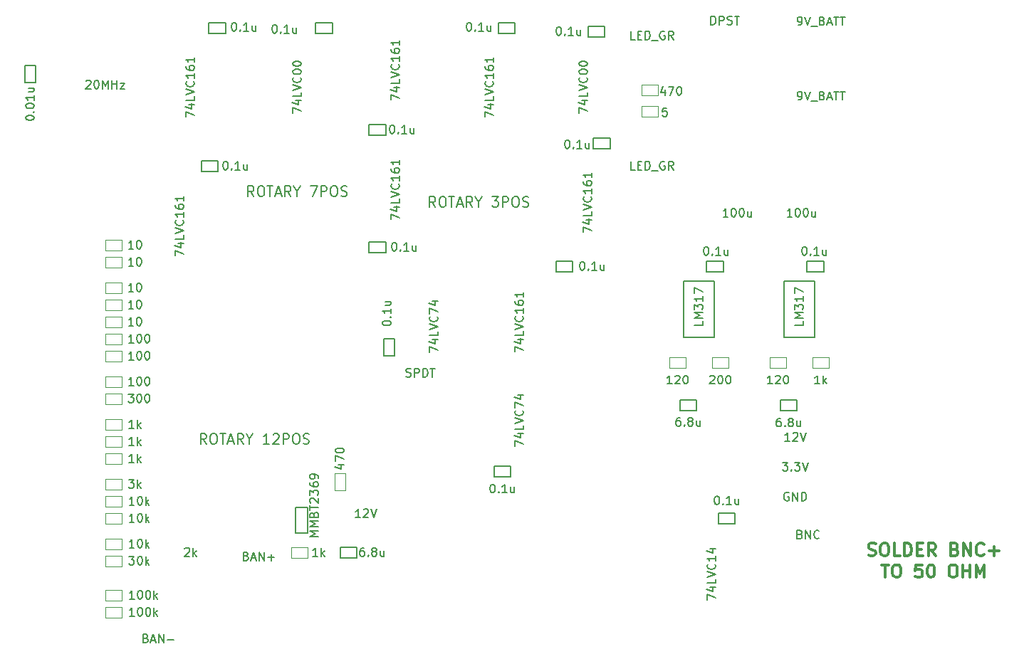
<source format=gbr>
G04 #@! TF.FileFunction,Other,Fab,Top*
%FSLAX46Y46*%
G04 Gerber Fmt 4.6, Leading zero omitted, Abs format (unit mm)*
G04 Created by KiCad (PCBNEW 4.0.5) date Sunday, March 26, 2017 'PMt' 05:08:58 PM*
%MOMM*%
%LPD*%
G01*
G04 APERTURE LIST*
%ADD10C,0.100000*%
%ADD11C,0.300000*%
%ADD12C,0.150000*%
G04 APERTURE END LIST*
D10*
D11*
X169506285Y-151224143D02*
X169720571Y-151295571D01*
X170077714Y-151295571D01*
X170220571Y-151224143D01*
X170292000Y-151152714D01*
X170363428Y-151009857D01*
X170363428Y-150867000D01*
X170292000Y-150724143D01*
X170220571Y-150652714D01*
X170077714Y-150581286D01*
X169792000Y-150509857D01*
X169649142Y-150438429D01*
X169577714Y-150367000D01*
X169506285Y-150224143D01*
X169506285Y-150081286D01*
X169577714Y-149938429D01*
X169649142Y-149867000D01*
X169792000Y-149795571D01*
X170149142Y-149795571D01*
X170363428Y-149867000D01*
X171291999Y-149795571D02*
X171577713Y-149795571D01*
X171720571Y-149867000D01*
X171863428Y-150009857D01*
X171934856Y-150295571D01*
X171934856Y-150795571D01*
X171863428Y-151081286D01*
X171720571Y-151224143D01*
X171577713Y-151295571D01*
X171291999Y-151295571D01*
X171149142Y-151224143D01*
X171006285Y-151081286D01*
X170934856Y-150795571D01*
X170934856Y-150295571D01*
X171006285Y-150009857D01*
X171149142Y-149867000D01*
X171291999Y-149795571D01*
X173292000Y-151295571D02*
X172577714Y-151295571D01*
X172577714Y-149795571D01*
X173792000Y-151295571D02*
X173792000Y-149795571D01*
X174149143Y-149795571D01*
X174363428Y-149867000D01*
X174506286Y-150009857D01*
X174577714Y-150152714D01*
X174649143Y-150438429D01*
X174649143Y-150652714D01*
X174577714Y-150938429D01*
X174506286Y-151081286D01*
X174363428Y-151224143D01*
X174149143Y-151295571D01*
X173792000Y-151295571D01*
X175292000Y-150509857D02*
X175792000Y-150509857D01*
X176006286Y-151295571D02*
X175292000Y-151295571D01*
X175292000Y-149795571D01*
X176006286Y-149795571D01*
X177506286Y-151295571D02*
X177006286Y-150581286D01*
X176649143Y-151295571D02*
X176649143Y-149795571D01*
X177220571Y-149795571D01*
X177363429Y-149867000D01*
X177434857Y-149938429D01*
X177506286Y-150081286D01*
X177506286Y-150295571D01*
X177434857Y-150438429D01*
X177363429Y-150509857D01*
X177220571Y-150581286D01*
X176649143Y-150581286D01*
X179792000Y-150509857D02*
X180006286Y-150581286D01*
X180077714Y-150652714D01*
X180149143Y-150795571D01*
X180149143Y-151009857D01*
X180077714Y-151152714D01*
X180006286Y-151224143D01*
X179863428Y-151295571D01*
X179292000Y-151295571D01*
X179292000Y-149795571D01*
X179792000Y-149795571D01*
X179934857Y-149867000D01*
X180006286Y-149938429D01*
X180077714Y-150081286D01*
X180077714Y-150224143D01*
X180006286Y-150367000D01*
X179934857Y-150438429D01*
X179792000Y-150509857D01*
X179292000Y-150509857D01*
X180792000Y-151295571D02*
X180792000Y-149795571D01*
X181649143Y-151295571D01*
X181649143Y-149795571D01*
X183220572Y-151152714D02*
X183149143Y-151224143D01*
X182934857Y-151295571D01*
X182792000Y-151295571D01*
X182577715Y-151224143D01*
X182434857Y-151081286D01*
X182363429Y-150938429D01*
X182292000Y-150652714D01*
X182292000Y-150438429D01*
X182363429Y-150152714D01*
X182434857Y-150009857D01*
X182577715Y-149867000D01*
X182792000Y-149795571D01*
X182934857Y-149795571D01*
X183149143Y-149867000D01*
X183220572Y-149938429D01*
X183863429Y-150724143D02*
X185006286Y-150724143D01*
X184434857Y-151295571D02*
X184434857Y-150152714D01*
X171077714Y-152345571D02*
X171934857Y-152345571D01*
X171506286Y-153845571D02*
X171506286Y-152345571D01*
X172720571Y-152345571D02*
X173006285Y-152345571D01*
X173149143Y-152417000D01*
X173292000Y-152559857D01*
X173363428Y-152845571D01*
X173363428Y-153345571D01*
X173292000Y-153631286D01*
X173149143Y-153774143D01*
X173006285Y-153845571D01*
X172720571Y-153845571D01*
X172577714Y-153774143D01*
X172434857Y-153631286D01*
X172363428Y-153345571D01*
X172363428Y-152845571D01*
X172434857Y-152559857D01*
X172577714Y-152417000D01*
X172720571Y-152345571D01*
X175863429Y-152345571D02*
X175149143Y-152345571D01*
X175077714Y-153059857D01*
X175149143Y-152988429D01*
X175292000Y-152917000D01*
X175649143Y-152917000D01*
X175792000Y-152988429D01*
X175863429Y-153059857D01*
X175934857Y-153202714D01*
X175934857Y-153559857D01*
X175863429Y-153702714D01*
X175792000Y-153774143D01*
X175649143Y-153845571D01*
X175292000Y-153845571D01*
X175149143Y-153774143D01*
X175077714Y-153702714D01*
X176863428Y-152345571D02*
X177006285Y-152345571D01*
X177149142Y-152417000D01*
X177220571Y-152488429D01*
X177292000Y-152631286D01*
X177363428Y-152917000D01*
X177363428Y-153274143D01*
X177292000Y-153559857D01*
X177220571Y-153702714D01*
X177149142Y-153774143D01*
X177006285Y-153845571D01*
X176863428Y-153845571D01*
X176720571Y-153774143D01*
X176649142Y-153702714D01*
X176577714Y-153559857D01*
X176506285Y-153274143D01*
X176506285Y-152917000D01*
X176577714Y-152631286D01*
X176649142Y-152488429D01*
X176720571Y-152417000D01*
X176863428Y-152345571D01*
X179434856Y-152345571D02*
X179720570Y-152345571D01*
X179863428Y-152417000D01*
X180006285Y-152559857D01*
X180077713Y-152845571D01*
X180077713Y-153345571D01*
X180006285Y-153631286D01*
X179863428Y-153774143D01*
X179720570Y-153845571D01*
X179434856Y-153845571D01*
X179291999Y-153774143D01*
X179149142Y-153631286D01*
X179077713Y-153345571D01*
X179077713Y-152845571D01*
X179149142Y-152559857D01*
X179291999Y-152417000D01*
X179434856Y-152345571D01*
X180720571Y-153845571D02*
X180720571Y-152345571D01*
X180720571Y-153059857D02*
X181577714Y-153059857D01*
X181577714Y-153845571D02*
X181577714Y-152345571D01*
X182292000Y-153845571D02*
X182292000Y-152345571D01*
X182792000Y-153417000D01*
X183292000Y-152345571D01*
X183292000Y-153845571D01*
D10*
X78756000Y-116957000D02*
X78756000Y-115707000D01*
X80756000Y-116957000D02*
X78756000Y-116957000D01*
X80756000Y-115707000D02*
X80756000Y-116957000D01*
X78756000Y-115707000D02*
X80756000Y-115707000D01*
X80756000Y-118755000D02*
X80756000Y-120005000D01*
X78756000Y-118755000D02*
X80756000Y-118755000D01*
X78756000Y-120005000D02*
X78756000Y-118755000D01*
X80756000Y-120005000D02*
X78756000Y-120005000D01*
X78756000Y-122037000D02*
X78756000Y-120787000D01*
X80756000Y-122037000D02*
X78756000Y-122037000D01*
X80756000Y-120787000D02*
X80756000Y-122037000D01*
X78756000Y-120787000D02*
X80756000Y-120787000D01*
X78756000Y-128133000D02*
X78756000Y-126883000D01*
X80756000Y-128133000D02*
X78756000Y-128133000D01*
X80756000Y-126883000D02*
X80756000Y-128133000D01*
X78756000Y-126883000D02*
X80756000Y-126883000D01*
X80756000Y-137043000D02*
X80756000Y-138293000D01*
X78756000Y-137043000D02*
X80756000Y-137043000D01*
X78756000Y-138293000D02*
X78756000Y-137043000D01*
X80756000Y-138293000D02*
X78756000Y-138293000D01*
X78756000Y-147437000D02*
X78756000Y-146187000D01*
X80756000Y-147437000D02*
X78756000Y-147437000D01*
X80756000Y-146187000D02*
X80756000Y-147437000D01*
X78756000Y-146187000D02*
X80756000Y-146187000D01*
X80756000Y-157363000D02*
X80756000Y-158613000D01*
X78756000Y-157363000D02*
X80756000Y-157363000D01*
X78756000Y-158613000D02*
X78756000Y-157363000D01*
X80756000Y-158613000D02*
X78756000Y-158613000D01*
D12*
X106696000Y-151501000D02*
X106696000Y-150251000D01*
X108696000Y-151501000D02*
X106696000Y-151501000D01*
X108696000Y-150251000D02*
X108696000Y-151501000D01*
X106696000Y-150251000D02*
X108696000Y-150251000D01*
X69225000Y-92980000D02*
X70475000Y-92980000D01*
X69225000Y-94980000D02*
X69225000Y-92980000D01*
X70475000Y-94980000D02*
X69225000Y-94980000D01*
X70475000Y-92980000D02*
X70475000Y-94980000D01*
X147082000Y-133975000D02*
X147082000Y-132725000D01*
X149082000Y-133975000D02*
X147082000Y-133975000D01*
X149082000Y-132725000D02*
X149082000Y-133975000D01*
X147082000Y-132725000D02*
X149082000Y-132725000D01*
X159020000Y-133975000D02*
X159020000Y-132725000D01*
X161020000Y-133975000D02*
X159020000Y-133975000D01*
X161020000Y-132725000D02*
X161020000Y-133975000D01*
X159020000Y-132725000D02*
X161020000Y-132725000D01*
X152257000Y-116215000D02*
X152257000Y-117465000D01*
X150257000Y-116215000D02*
X152257000Y-116215000D01*
X150257000Y-117465000D02*
X150257000Y-116215000D01*
X152257000Y-117465000D02*
X150257000Y-117465000D01*
X164195000Y-116215000D02*
X164195000Y-117465000D01*
X162195000Y-116215000D02*
X164195000Y-116215000D01*
X162195000Y-117465000D02*
X162195000Y-116215000D01*
X164195000Y-117465000D02*
X162195000Y-117465000D01*
X153654000Y-146187000D02*
X153654000Y-147437000D01*
X151654000Y-146187000D02*
X153654000Y-146187000D01*
X151654000Y-147437000D02*
X151654000Y-146187000D01*
X153654000Y-147437000D02*
X151654000Y-147437000D01*
X113147000Y-127492000D02*
X111897000Y-127492000D01*
X113147000Y-125492000D02*
X113147000Y-127492000D01*
X111897000Y-125492000D02*
X113147000Y-125492000D01*
X111897000Y-127492000D02*
X111897000Y-125492000D01*
X132350000Y-117465000D02*
X132350000Y-116215000D01*
X134350000Y-117465000D02*
X132350000Y-117465000D01*
X134350000Y-116215000D02*
X134350000Y-117465000D01*
X132350000Y-116215000D02*
X134350000Y-116215000D01*
X124984000Y-141849000D02*
X124984000Y-140599000D01*
X126984000Y-141849000D02*
X124984000Y-141849000D01*
X126984000Y-140599000D02*
X126984000Y-141849000D01*
X124984000Y-140599000D02*
X126984000Y-140599000D01*
X138160000Y-88275000D02*
X138160000Y-89525000D01*
X136160000Y-88275000D02*
X138160000Y-88275000D01*
X136160000Y-89525000D02*
X136160000Y-88275000D01*
X138160000Y-89525000D02*
X136160000Y-89525000D01*
X138795000Y-101610000D02*
X138795000Y-102860000D01*
X136795000Y-101610000D02*
X138795000Y-101610000D01*
X136795000Y-102860000D02*
X136795000Y-101610000D01*
X138795000Y-102860000D02*
X136795000Y-102860000D01*
X127492000Y-87894000D02*
X127492000Y-89144000D01*
X125492000Y-87894000D02*
X127492000Y-87894000D01*
X125492000Y-89144000D02*
X125492000Y-87894000D01*
X127492000Y-89144000D02*
X125492000Y-89144000D01*
X105775000Y-87894000D02*
X105775000Y-89144000D01*
X103775000Y-87894000D02*
X105775000Y-87894000D01*
X103775000Y-89144000D02*
X103775000Y-87894000D01*
X105775000Y-89144000D02*
X103775000Y-89144000D01*
X110125000Y-101209000D02*
X110125000Y-99959000D01*
X112125000Y-101209000D02*
X110125000Y-101209000D01*
X112125000Y-99959000D02*
X112125000Y-101209000D01*
X110125000Y-99959000D02*
X112125000Y-99959000D01*
X110125000Y-115179000D02*
X110125000Y-113929000D01*
X112125000Y-115179000D02*
X110125000Y-115179000D01*
X112125000Y-113929000D02*
X112125000Y-115179000D01*
X110125000Y-113929000D02*
X112125000Y-113929000D01*
X92186000Y-104277000D02*
X92186000Y-105527000D01*
X90186000Y-104277000D02*
X92186000Y-104277000D01*
X90186000Y-105527000D02*
X90186000Y-104277000D01*
X92186000Y-105527000D02*
X90186000Y-105527000D01*
X93075000Y-87894000D02*
X93075000Y-89144000D01*
X91075000Y-87894000D02*
X93075000Y-87894000D01*
X91075000Y-89144000D02*
X91075000Y-87894000D01*
X93075000Y-89144000D02*
X91075000Y-89144000D01*
X151202000Y-125270000D02*
X151202000Y-118570000D01*
X151202000Y-125270000D02*
X147502000Y-125270000D01*
X151202000Y-118570000D02*
X147502000Y-118570000D01*
X147502000Y-125270000D02*
X147502000Y-118570000D01*
X163140000Y-125270000D02*
X163140000Y-118570000D01*
X163140000Y-125270000D02*
X159440000Y-125270000D01*
X163140000Y-118570000D02*
X159440000Y-118570000D01*
X159440000Y-125270000D02*
X159440000Y-118570000D01*
D10*
X142510000Y-99050000D02*
X142510000Y-97800000D01*
X144510000Y-99050000D02*
X142510000Y-99050000D01*
X144510000Y-97800000D02*
X144510000Y-99050000D01*
X142510000Y-97800000D02*
X144510000Y-97800000D01*
X142510000Y-96510000D02*
X142510000Y-95260000D01*
X144510000Y-96510000D02*
X142510000Y-96510000D01*
X144510000Y-95260000D02*
X144510000Y-96510000D01*
X142510000Y-95260000D02*
X144510000Y-95260000D01*
X150892000Y-128895000D02*
X150892000Y-127645000D01*
X152892000Y-128895000D02*
X150892000Y-128895000D01*
X152892000Y-127645000D02*
X152892000Y-128895000D01*
X150892000Y-127645000D02*
X152892000Y-127645000D01*
X145812000Y-128895000D02*
X145812000Y-127645000D01*
X147812000Y-128895000D02*
X145812000Y-128895000D01*
X147812000Y-127645000D02*
X147812000Y-128895000D01*
X145812000Y-127645000D02*
X147812000Y-127645000D01*
X162830000Y-128895000D02*
X162830000Y-127645000D01*
X164830000Y-128895000D02*
X162830000Y-128895000D01*
X164830000Y-127645000D02*
X164830000Y-128895000D01*
X162830000Y-127645000D02*
X164830000Y-127645000D01*
X157750000Y-128895000D02*
X157750000Y-127645000D01*
X159750000Y-128895000D02*
X157750000Y-128895000D01*
X159750000Y-127645000D02*
X159750000Y-128895000D01*
X157750000Y-127645000D02*
X159750000Y-127645000D01*
X80756000Y-113675000D02*
X80756000Y-114925000D01*
X78756000Y-113675000D02*
X80756000Y-113675000D01*
X78756000Y-114925000D02*
X78756000Y-113675000D01*
X80756000Y-114925000D02*
X78756000Y-114925000D01*
X80756000Y-122819000D02*
X80756000Y-124069000D01*
X78756000Y-122819000D02*
X80756000Y-122819000D01*
X78756000Y-124069000D02*
X78756000Y-122819000D01*
X80756000Y-124069000D02*
X78756000Y-124069000D01*
X78756000Y-126101000D02*
X78756000Y-124851000D01*
X80756000Y-126101000D02*
X78756000Y-126101000D01*
X80756000Y-124851000D02*
X80756000Y-126101000D01*
X78756000Y-124851000D02*
X80756000Y-124851000D01*
X80756000Y-129931000D02*
X80756000Y-131181000D01*
X78756000Y-129931000D02*
X80756000Y-129931000D01*
X78756000Y-131181000D02*
X78756000Y-129931000D01*
X80756000Y-131181000D02*
X78756000Y-131181000D01*
X78756000Y-133213000D02*
X78756000Y-131963000D01*
X80756000Y-133213000D02*
X78756000Y-133213000D01*
X80756000Y-131963000D02*
X80756000Y-133213000D01*
X78756000Y-131963000D02*
X80756000Y-131963000D01*
X80756000Y-135011000D02*
X80756000Y-136261000D01*
X78756000Y-135011000D02*
X80756000Y-135011000D01*
X78756000Y-136261000D02*
X78756000Y-135011000D01*
X80756000Y-136261000D02*
X78756000Y-136261000D01*
X78756000Y-140325000D02*
X78756000Y-139075000D01*
X80756000Y-140325000D02*
X78756000Y-140325000D01*
X80756000Y-139075000D02*
X80756000Y-140325000D01*
X78756000Y-139075000D02*
X80756000Y-139075000D01*
X80756000Y-142123000D02*
X80756000Y-143373000D01*
X78756000Y-142123000D02*
X80756000Y-142123000D01*
X78756000Y-143373000D02*
X78756000Y-142123000D01*
X80756000Y-143373000D02*
X78756000Y-143373000D01*
X78756000Y-145405000D02*
X78756000Y-144155000D01*
X80756000Y-145405000D02*
X78756000Y-145405000D01*
X80756000Y-144155000D02*
X80756000Y-145405000D01*
X78756000Y-144155000D02*
X80756000Y-144155000D01*
X80756000Y-149235000D02*
X80756000Y-150485000D01*
X78756000Y-149235000D02*
X80756000Y-149235000D01*
X78756000Y-150485000D02*
X78756000Y-149235000D01*
X80756000Y-150485000D02*
X78756000Y-150485000D01*
X78756000Y-152517000D02*
X78756000Y-151267000D01*
X80756000Y-152517000D02*
X78756000Y-152517000D01*
X80756000Y-151267000D02*
X80756000Y-152517000D01*
X78756000Y-151267000D02*
X80756000Y-151267000D01*
X80756000Y-155331000D02*
X80756000Y-156581000D01*
X78756000Y-155331000D02*
X80756000Y-155331000D01*
X78756000Y-156581000D02*
X78756000Y-155331000D01*
X80756000Y-156581000D02*
X78756000Y-156581000D01*
X102854000Y-150251000D02*
X102854000Y-151501000D01*
X100854000Y-150251000D02*
X102854000Y-150251000D01*
X100854000Y-151501000D02*
X100854000Y-150251000D01*
X102854000Y-151501000D02*
X100854000Y-151501000D01*
X107305000Y-143494000D02*
X106055000Y-143494000D01*
X107305000Y-141494000D02*
X107305000Y-143494000D01*
X106055000Y-141494000D02*
X107305000Y-141494000D01*
X106055000Y-143494000D02*
X106055000Y-141494000D01*
D12*
X101408000Y-148586000D02*
X101408000Y-145546000D01*
X102808000Y-145546000D02*
X101408000Y-145546000D01*
X102808000Y-148586000D02*
X101408000Y-148586000D01*
X102808000Y-148586000D02*
X102808000Y-145546000D01*
X88209524Y-150423619D02*
X88257143Y-150376000D01*
X88352381Y-150328381D01*
X88590477Y-150328381D01*
X88685715Y-150376000D01*
X88733334Y-150423619D01*
X88780953Y-150518857D01*
X88780953Y-150614095D01*
X88733334Y-150756952D01*
X88161905Y-151328381D01*
X88780953Y-151328381D01*
X89209524Y-151328381D02*
X89209524Y-150328381D01*
X89304762Y-150947429D02*
X89590477Y-151328381D01*
X89590477Y-150661714D02*
X89209524Y-151042667D01*
X82105524Y-116784381D02*
X81534095Y-116784381D01*
X81819809Y-116784381D02*
X81819809Y-115784381D01*
X81724571Y-115927238D01*
X81629333Y-116022476D01*
X81534095Y-116070095D01*
X82724571Y-115784381D02*
X82819810Y-115784381D01*
X82915048Y-115832000D01*
X82962667Y-115879619D01*
X83010286Y-115974857D01*
X83057905Y-116165333D01*
X83057905Y-116403429D01*
X83010286Y-116593905D01*
X82962667Y-116689143D01*
X82915048Y-116736762D01*
X82819810Y-116784381D01*
X82724571Y-116784381D01*
X82629333Y-116736762D01*
X82581714Y-116689143D01*
X82534095Y-116593905D01*
X82486476Y-116403429D01*
X82486476Y-116165333D01*
X82534095Y-115974857D01*
X82581714Y-115879619D01*
X82629333Y-115832000D01*
X82724571Y-115784381D01*
X82105524Y-119832381D02*
X81534095Y-119832381D01*
X81819809Y-119832381D02*
X81819809Y-118832381D01*
X81724571Y-118975238D01*
X81629333Y-119070476D01*
X81534095Y-119118095D01*
X82724571Y-118832381D02*
X82819810Y-118832381D01*
X82915048Y-118880000D01*
X82962667Y-118927619D01*
X83010286Y-119022857D01*
X83057905Y-119213333D01*
X83057905Y-119451429D01*
X83010286Y-119641905D01*
X82962667Y-119737143D01*
X82915048Y-119784762D01*
X82819810Y-119832381D01*
X82724571Y-119832381D01*
X82629333Y-119784762D01*
X82581714Y-119737143D01*
X82534095Y-119641905D01*
X82486476Y-119451429D01*
X82486476Y-119213333D01*
X82534095Y-119022857D01*
X82581714Y-118927619D01*
X82629333Y-118880000D01*
X82724571Y-118832381D01*
X82105524Y-121864381D02*
X81534095Y-121864381D01*
X81819809Y-121864381D02*
X81819809Y-120864381D01*
X81724571Y-121007238D01*
X81629333Y-121102476D01*
X81534095Y-121150095D01*
X82724571Y-120864381D02*
X82819810Y-120864381D01*
X82915048Y-120912000D01*
X82962667Y-120959619D01*
X83010286Y-121054857D01*
X83057905Y-121245333D01*
X83057905Y-121483429D01*
X83010286Y-121673905D01*
X82962667Y-121769143D01*
X82915048Y-121816762D01*
X82819810Y-121864381D01*
X82724571Y-121864381D01*
X82629333Y-121816762D01*
X82581714Y-121769143D01*
X82534095Y-121673905D01*
X82486476Y-121483429D01*
X82486476Y-121245333D01*
X82534095Y-121054857D01*
X82581714Y-120959619D01*
X82629333Y-120912000D01*
X82724571Y-120864381D01*
X82137334Y-127960381D02*
X81565905Y-127960381D01*
X81851619Y-127960381D02*
X81851619Y-126960381D01*
X81756381Y-127103238D01*
X81661143Y-127198476D01*
X81565905Y-127246095D01*
X82756381Y-126960381D02*
X82851620Y-126960381D01*
X82946858Y-127008000D01*
X82994477Y-127055619D01*
X83042096Y-127150857D01*
X83089715Y-127341333D01*
X83089715Y-127579429D01*
X83042096Y-127769905D01*
X82994477Y-127865143D01*
X82946858Y-127912762D01*
X82851620Y-127960381D01*
X82756381Y-127960381D01*
X82661143Y-127912762D01*
X82613524Y-127865143D01*
X82565905Y-127769905D01*
X82518286Y-127579429D01*
X82518286Y-127341333D01*
X82565905Y-127150857D01*
X82613524Y-127055619D01*
X82661143Y-127008000D01*
X82756381Y-126960381D01*
X83708762Y-126960381D02*
X83804001Y-126960381D01*
X83899239Y-127008000D01*
X83946858Y-127055619D01*
X83994477Y-127150857D01*
X84042096Y-127341333D01*
X84042096Y-127579429D01*
X83994477Y-127769905D01*
X83946858Y-127865143D01*
X83899239Y-127912762D01*
X83804001Y-127960381D01*
X83708762Y-127960381D01*
X83613524Y-127912762D01*
X83565905Y-127865143D01*
X83518286Y-127769905D01*
X83470667Y-127579429D01*
X83470667Y-127341333D01*
X83518286Y-127150857D01*
X83565905Y-127055619D01*
X83613524Y-127008000D01*
X83708762Y-126960381D01*
X82176953Y-138120381D02*
X81605524Y-138120381D01*
X81891238Y-138120381D02*
X81891238Y-137120381D01*
X81796000Y-137263238D01*
X81700762Y-137358476D01*
X81605524Y-137406095D01*
X82605524Y-138120381D02*
X82605524Y-137120381D01*
X82700762Y-137739429D02*
X82986477Y-138120381D01*
X82986477Y-137453714D02*
X82605524Y-137834667D01*
X82208762Y-147264381D02*
X81637333Y-147264381D01*
X81923047Y-147264381D02*
X81923047Y-146264381D01*
X81827809Y-146407238D01*
X81732571Y-146502476D01*
X81637333Y-146550095D01*
X82827809Y-146264381D02*
X82923048Y-146264381D01*
X83018286Y-146312000D01*
X83065905Y-146359619D01*
X83113524Y-146454857D01*
X83161143Y-146645333D01*
X83161143Y-146883429D01*
X83113524Y-147073905D01*
X83065905Y-147169143D01*
X83018286Y-147216762D01*
X82923048Y-147264381D01*
X82827809Y-147264381D01*
X82732571Y-147216762D01*
X82684952Y-147169143D01*
X82637333Y-147073905D01*
X82589714Y-146883429D01*
X82589714Y-146645333D01*
X82637333Y-146454857D01*
X82684952Y-146359619D01*
X82732571Y-146312000D01*
X82827809Y-146264381D01*
X83589714Y-147264381D02*
X83589714Y-146264381D01*
X83684952Y-146883429D02*
X83970667Y-147264381D01*
X83970667Y-146597714D02*
X83589714Y-146978667D01*
X82240572Y-158440381D02*
X81669143Y-158440381D01*
X81954857Y-158440381D02*
X81954857Y-157440381D01*
X81859619Y-157583238D01*
X81764381Y-157678476D01*
X81669143Y-157726095D01*
X82859619Y-157440381D02*
X82954858Y-157440381D01*
X83050096Y-157488000D01*
X83097715Y-157535619D01*
X83145334Y-157630857D01*
X83192953Y-157821333D01*
X83192953Y-158059429D01*
X83145334Y-158249905D01*
X83097715Y-158345143D01*
X83050096Y-158392762D01*
X82954858Y-158440381D01*
X82859619Y-158440381D01*
X82764381Y-158392762D01*
X82716762Y-158345143D01*
X82669143Y-158249905D01*
X82621524Y-158059429D01*
X82621524Y-157821333D01*
X82669143Y-157630857D01*
X82716762Y-157535619D01*
X82764381Y-157488000D01*
X82859619Y-157440381D01*
X83812000Y-157440381D02*
X83907239Y-157440381D01*
X84002477Y-157488000D01*
X84050096Y-157535619D01*
X84097715Y-157630857D01*
X84145334Y-157821333D01*
X84145334Y-158059429D01*
X84097715Y-158249905D01*
X84050096Y-158345143D01*
X84002477Y-158392762D01*
X83907239Y-158440381D01*
X83812000Y-158440381D01*
X83716762Y-158392762D01*
X83669143Y-158345143D01*
X83621524Y-158249905D01*
X83573905Y-158059429D01*
X83573905Y-157821333D01*
X83621524Y-157630857D01*
X83669143Y-157535619D01*
X83716762Y-157488000D01*
X83812000Y-157440381D01*
X84573905Y-158440381D02*
X84573905Y-157440381D01*
X84669143Y-158059429D02*
X84954858Y-158440381D01*
X84954858Y-157773714D02*
X84573905Y-158154667D01*
X159305810Y-140168381D02*
X159924858Y-140168381D01*
X159591524Y-140549333D01*
X159734382Y-140549333D01*
X159829620Y-140596952D01*
X159877239Y-140644571D01*
X159924858Y-140739810D01*
X159924858Y-140977905D01*
X159877239Y-141073143D01*
X159829620Y-141120762D01*
X159734382Y-141168381D01*
X159448667Y-141168381D01*
X159353429Y-141120762D01*
X159305810Y-141073143D01*
X160353429Y-141073143D02*
X160401048Y-141120762D01*
X160353429Y-141168381D01*
X160305810Y-141120762D01*
X160353429Y-141073143D01*
X160353429Y-141168381D01*
X160734381Y-140168381D02*
X161353429Y-140168381D01*
X161020095Y-140549333D01*
X161162953Y-140549333D01*
X161258191Y-140596952D01*
X161305810Y-140644571D01*
X161353429Y-140739810D01*
X161353429Y-140977905D01*
X161305810Y-141073143D01*
X161258191Y-141120762D01*
X161162953Y-141168381D01*
X160877238Y-141168381D01*
X160782000Y-141120762D01*
X160734381Y-141073143D01*
X161639143Y-140168381D02*
X161972476Y-141168381D01*
X162305810Y-140168381D01*
X160162953Y-137612381D02*
X159591524Y-137612381D01*
X159877238Y-137612381D02*
X159877238Y-136612381D01*
X159782000Y-136755238D01*
X159686762Y-136850476D01*
X159591524Y-136898095D01*
X160543905Y-136707619D02*
X160591524Y-136660000D01*
X160686762Y-136612381D01*
X160924858Y-136612381D01*
X161020096Y-136660000D01*
X161067715Y-136707619D01*
X161115334Y-136802857D01*
X161115334Y-136898095D01*
X161067715Y-137040952D01*
X160496286Y-137612381D01*
X161115334Y-137612381D01*
X161401048Y-136612381D02*
X161734381Y-137612381D01*
X162067715Y-136612381D01*
X160020096Y-143772000D02*
X159924858Y-143724381D01*
X159782001Y-143724381D01*
X159639143Y-143772000D01*
X159543905Y-143867238D01*
X159496286Y-143962476D01*
X159448667Y-144152952D01*
X159448667Y-144295810D01*
X159496286Y-144486286D01*
X159543905Y-144581524D01*
X159639143Y-144676762D01*
X159782001Y-144724381D01*
X159877239Y-144724381D01*
X160020096Y-144676762D01*
X160067715Y-144629143D01*
X160067715Y-144295810D01*
X159877239Y-144295810D01*
X160496286Y-144724381D02*
X160496286Y-143724381D01*
X161067715Y-144724381D01*
X161067715Y-143724381D01*
X161543905Y-144724381D02*
X161543905Y-143724381D01*
X161782000Y-143724381D01*
X161924858Y-143772000D01*
X162020096Y-143867238D01*
X162067715Y-143962476D01*
X162115334Y-144152952D01*
X162115334Y-144295810D01*
X162067715Y-144486286D01*
X162020096Y-144581524D01*
X161924858Y-144676762D01*
X161782000Y-144724381D01*
X161543905Y-144724381D01*
X109108953Y-146708381D02*
X108537524Y-146708381D01*
X108823238Y-146708381D02*
X108823238Y-145708381D01*
X108728000Y-145851238D01*
X108632762Y-145946476D01*
X108537524Y-145994095D01*
X109489905Y-145803619D02*
X109537524Y-145756000D01*
X109632762Y-145708381D01*
X109870858Y-145708381D01*
X109966096Y-145756000D01*
X110013715Y-145803619D01*
X110061334Y-145898857D01*
X110061334Y-145994095D01*
X110013715Y-146136952D01*
X109442286Y-146708381D01*
X110061334Y-146708381D01*
X110347048Y-145708381D02*
X110680381Y-146708381D01*
X111013715Y-145708381D01*
X109513810Y-150328381D02*
X109323333Y-150328381D01*
X109228095Y-150376000D01*
X109180476Y-150423619D01*
X109085238Y-150566476D01*
X109037619Y-150756952D01*
X109037619Y-151137905D01*
X109085238Y-151233143D01*
X109132857Y-151280762D01*
X109228095Y-151328381D01*
X109418572Y-151328381D01*
X109513810Y-151280762D01*
X109561429Y-151233143D01*
X109609048Y-151137905D01*
X109609048Y-150899810D01*
X109561429Y-150804571D01*
X109513810Y-150756952D01*
X109418572Y-150709333D01*
X109228095Y-150709333D01*
X109132857Y-150756952D01*
X109085238Y-150804571D01*
X109037619Y-150899810D01*
X110037619Y-151233143D02*
X110085238Y-151280762D01*
X110037619Y-151328381D01*
X109990000Y-151280762D01*
X110037619Y-151233143D01*
X110037619Y-151328381D01*
X110656666Y-150756952D02*
X110561428Y-150709333D01*
X110513809Y-150661714D01*
X110466190Y-150566476D01*
X110466190Y-150518857D01*
X110513809Y-150423619D01*
X110561428Y-150376000D01*
X110656666Y-150328381D01*
X110847143Y-150328381D01*
X110942381Y-150376000D01*
X110990000Y-150423619D01*
X111037619Y-150518857D01*
X111037619Y-150566476D01*
X110990000Y-150661714D01*
X110942381Y-150709333D01*
X110847143Y-150756952D01*
X110656666Y-150756952D01*
X110561428Y-150804571D01*
X110513809Y-150852190D01*
X110466190Y-150947429D01*
X110466190Y-151137905D01*
X110513809Y-151233143D01*
X110561428Y-151280762D01*
X110656666Y-151328381D01*
X110847143Y-151328381D01*
X110942381Y-151280762D01*
X110990000Y-151233143D01*
X111037619Y-151137905D01*
X111037619Y-150947429D01*
X110990000Y-150852190D01*
X110942381Y-150804571D01*
X110847143Y-150756952D01*
X111894762Y-150661714D02*
X111894762Y-151328381D01*
X111466190Y-150661714D02*
X111466190Y-151185524D01*
X111513809Y-151280762D01*
X111609047Y-151328381D01*
X111751905Y-151328381D01*
X111847143Y-151280762D01*
X111894762Y-151233143D01*
X160424953Y-110942381D02*
X159853524Y-110942381D01*
X160139238Y-110942381D02*
X160139238Y-109942381D01*
X160044000Y-110085238D01*
X159948762Y-110180476D01*
X159853524Y-110228095D01*
X161044000Y-109942381D02*
X161139239Y-109942381D01*
X161234477Y-109990000D01*
X161282096Y-110037619D01*
X161329715Y-110132857D01*
X161377334Y-110323333D01*
X161377334Y-110561429D01*
X161329715Y-110751905D01*
X161282096Y-110847143D01*
X161234477Y-110894762D01*
X161139239Y-110942381D01*
X161044000Y-110942381D01*
X160948762Y-110894762D01*
X160901143Y-110847143D01*
X160853524Y-110751905D01*
X160805905Y-110561429D01*
X160805905Y-110323333D01*
X160853524Y-110132857D01*
X160901143Y-110037619D01*
X160948762Y-109990000D01*
X161044000Y-109942381D01*
X161996381Y-109942381D02*
X162091620Y-109942381D01*
X162186858Y-109990000D01*
X162234477Y-110037619D01*
X162282096Y-110132857D01*
X162329715Y-110323333D01*
X162329715Y-110561429D01*
X162282096Y-110751905D01*
X162234477Y-110847143D01*
X162186858Y-110894762D01*
X162091620Y-110942381D01*
X161996381Y-110942381D01*
X161901143Y-110894762D01*
X161853524Y-110847143D01*
X161805905Y-110751905D01*
X161758286Y-110561429D01*
X161758286Y-110323333D01*
X161805905Y-110132857D01*
X161853524Y-110037619D01*
X161901143Y-109990000D01*
X161996381Y-109942381D01*
X163186858Y-110275714D02*
X163186858Y-110942381D01*
X162758286Y-110275714D02*
X162758286Y-110799524D01*
X162805905Y-110894762D01*
X162901143Y-110942381D01*
X163044001Y-110942381D01*
X163139239Y-110894762D01*
X163186858Y-110847143D01*
X69302381Y-99226476D02*
X69302381Y-99131237D01*
X69350000Y-99035999D01*
X69397619Y-98988380D01*
X69492857Y-98940761D01*
X69683333Y-98893142D01*
X69921429Y-98893142D01*
X70111905Y-98940761D01*
X70207143Y-98988380D01*
X70254762Y-99035999D01*
X70302381Y-99131237D01*
X70302381Y-99226476D01*
X70254762Y-99321714D01*
X70207143Y-99369333D01*
X70111905Y-99416952D01*
X69921429Y-99464571D01*
X69683333Y-99464571D01*
X69492857Y-99416952D01*
X69397619Y-99369333D01*
X69350000Y-99321714D01*
X69302381Y-99226476D01*
X70207143Y-98464571D02*
X70254762Y-98416952D01*
X70302381Y-98464571D01*
X70254762Y-98512190D01*
X70207143Y-98464571D01*
X70302381Y-98464571D01*
X69302381Y-97797905D02*
X69302381Y-97702666D01*
X69350000Y-97607428D01*
X69397619Y-97559809D01*
X69492857Y-97512190D01*
X69683333Y-97464571D01*
X69921429Y-97464571D01*
X70111905Y-97512190D01*
X70207143Y-97559809D01*
X70254762Y-97607428D01*
X70302381Y-97702666D01*
X70302381Y-97797905D01*
X70254762Y-97893143D01*
X70207143Y-97940762D01*
X70111905Y-97988381D01*
X69921429Y-98036000D01*
X69683333Y-98036000D01*
X69492857Y-97988381D01*
X69397619Y-97940762D01*
X69350000Y-97893143D01*
X69302381Y-97797905D01*
X70302381Y-96512190D02*
X70302381Y-97083619D01*
X70302381Y-96797905D02*
X69302381Y-96797905D01*
X69445238Y-96893143D01*
X69540476Y-96988381D01*
X69588095Y-97083619D01*
X69635714Y-95655047D02*
X70302381Y-95655047D01*
X69635714Y-96083619D02*
X70159524Y-96083619D01*
X70254762Y-96036000D01*
X70302381Y-95940762D01*
X70302381Y-95797904D01*
X70254762Y-95702666D01*
X70207143Y-95655047D01*
X147105810Y-134834381D02*
X146915333Y-134834381D01*
X146820095Y-134882000D01*
X146772476Y-134929619D01*
X146677238Y-135072476D01*
X146629619Y-135262952D01*
X146629619Y-135643905D01*
X146677238Y-135739143D01*
X146724857Y-135786762D01*
X146820095Y-135834381D01*
X147010572Y-135834381D01*
X147105810Y-135786762D01*
X147153429Y-135739143D01*
X147201048Y-135643905D01*
X147201048Y-135405810D01*
X147153429Y-135310571D01*
X147105810Y-135262952D01*
X147010572Y-135215333D01*
X146820095Y-135215333D01*
X146724857Y-135262952D01*
X146677238Y-135310571D01*
X146629619Y-135405810D01*
X147629619Y-135739143D02*
X147677238Y-135786762D01*
X147629619Y-135834381D01*
X147582000Y-135786762D01*
X147629619Y-135739143D01*
X147629619Y-135834381D01*
X148248666Y-135262952D02*
X148153428Y-135215333D01*
X148105809Y-135167714D01*
X148058190Y-135072476D01*
X148058190Y-135024857D01*
X148105809Y-134929619D01*
X148153428Y-134882000D01*
X148248666Y-134834381D01*
X148439143Y-134834381D01*
X148534381Y-134882000D01*
X148582000Y-134929619D01*
X148629619Y-135024857D01*
X148629619Y-135072476D01*
X148582000Y-135167714D01*
X148534381Y-135215333D01*
X148439143Y-135262952D01*
X148248666Y-135262952D01*
X148153428Y-135310571D01*
X148105809Y-135358190D01*
X148058190Y-135453429D01*
X148058190Y-135643905D01*
X148105809Y-135739143D01*
X148153428Y-135786762D01*
X148248666Y-135834381D01*
X148439143Y-135834381D01*
X148534381Y-135786762D01*
X148582000Y-135739143D01*
X148629619Y-135643905D01*
X148629619Y-135453429D01*
X148582000Y-135358190D01*
X148534381Y-135310571D01*
X148439143Y-135262952D01*
X149486762Y-135167714D02*
X149486762Y-135834381D01*
X149058190Y-135167714D02*
X149058190Y-135691524D01*
X149105809Y-135786762D01*
X149201047Y-135834381D01*
X149343905Y-135834381D01*
X149439143Y-135786762D01*
X149486762Y-135739143D01*
X159043810Y-134902381D02*
X158853333Y-134902381D01*
X158758095Y-134950000D01*
X158710476Y-134997619D01*
X158615238Y-135140476D01*
X158567619Y-135330952D01*
X158567619Y-135711905D01*
X158615238Y-135807143D01*
X158662857Y-135854762D01*
X158758095Y-135902381D01*
X158948572Y-135902381D01*
X159043810Y-135854762D01*
X159091429Y-135807143D01*
X159139048Y-135711905D01*
X159139048Y-135473810D01*
X159091429Y-135378571D01*
X159043810Y-135330952D01*
X158948572Y-135283333D01*
X158758095Y-135283333D01*
X158662857Y-135330952D01*
X158615238Y-135378571D01*
X158567619Y-135473810D01*
X159567619Y-135807143D02*
X159615238Y-135854762D01*
X159567619Y-135902381D01*
X159520000Y-135854762D01*
X159567619Y-135807143D01*
X159567619Y-135902381D01*
X160186666Y-135330952D02*
X160091428Y-135283333D01*
X160043809Y-135235714D01*
X159996190Y-135140476D01*
X159996190Y-135092857D01*
X160043809Y-134997619D01*
X160091428Y-134950000D01*
X160186666Y-134902381D01*
X160377143Y-134902381D01*
X160472381Y-134950000D01*
X160520000Y-134997619D01*
X160567619Y-135092857D01*
X160567619Y-135140476D01*
X160520000Y-135235714D01*
X160472381Y-135283333D01*
X160377143Y-135330952D01*
X160186666Y-135330952D01*
X160091428Y-135378571D01*
X160043809Y-135426190D01*
X159996190Y-135521429D01*
X159996190Y-135711905D01*
X160043809Y-135807143D01*
X160091428Y-135854762D01*
X160186666Y-135902381D01*
X160377143Y-135902381D01*
X160472381Y-135854762D01*
X160520000Y-135807143D01*
X160567619Y-135711905D01*
X160567619Y-135521429D01*
X160520000Y-135426190D01*
X160472381Y-135378571D01*
X160377143Y-135330952D01*
X161424762Y-135235714D02*
X161424762Y-135902381D01*
X160996190Y-135235714D02*
X160996190Y-135759524D01*
X161043809Y-135854762D01*
X161139047Y-135902381D01*
X161281905Y-135902381D01*
X161377143Y-135854762D01*
X161424762Y-135807143D01*
X150169714Y-114514381D02*
X150264953Y-114514381D01*
X150360191Y-114562000D01*
X150407810Y-114609619D01*
X150455429Y-114704857D01*
X150503048Y-114895333D01*
X150503048Y-115133429D01*
X150455429Y-115323905D01*
X150407810Y-115419143D01*
X150360191Y-115466762D01*
X150264953Y-115514381D01*
X150169714Y-115514381D01*
X150074476Y-115466762D01*
X150026857Y-115419143D01*
X149979238Y-115323905D01*
X149931619Y-115133429D01*
X149931619Y-114895333D01*
X149979238Y-114704857D01*
X150026857Y-114609619D01*
X150074476Y-114562000D01*
X150169714Y-114514381D01*
X150931619Y-115419143D02*
X150979238Y-115466762D01*
X150931619Y-115514381D01*
X150884000Y-115466762D01*
X150931619Y-115419143D01*
X150931619Y-115514381D01*
X151931619Y-115514381D02*
X151360190Y-115514381D01*
X151645904Y-115514381D02*
X151645904Y-114514381D01*
X151550666Y-114657238D01*
X151455428Y-114752476D01*
X151360190Y-114800095D01*
X152788762Y-114847714D02*
X152788762Y-115514381D01*
X152360190Y-114847714D02*
X152360190Y-115371524D01*
X152407809Y-115466762D01*
X152503047Y-115514381D01*
X152645905Y-115514381D01*
X152741143Y-115466762D01*
X152788762Y-115419143D01*
X161853714Y-114514381D02*
X161948953Y-114514381D01*
X162044191Y-114562000D01*
X162091810Y-114609619D01*
X162139429Y-114704857D01*
X162187048Y-114895333D01*
X162187048Y-115133429D01*
X162139429Y-115323905D01*
X162091810Y-115419143D01*
X162044191Y-115466762D01*
X161948953Y-115514381D01*
X161853714Y-115514381D01*
X161758476Y-115466762D01*
X161710857Y-115419143D01*
X161663238Y-115323905D01*
X161615619Y-115133429D01*
X161615619Y-114895333D01*
X161663238Y-114704857D01*
X161710857Y-114609619D01*
X161758476Y-114562000D01*
X161853714Y-114514381D01*
X162615619Y-115419143D02*
X162663238Y-115466762D01*
X162615619Y-115514381D01*
X162568000Y-115466762D01*
X162615619Y-115419143D01*
X162615619Y-115514381D01*
X163615619Y-115514381D02*
X163044190Y-115514381D01*
X163329904Y-115514381D02*
X163329904Y-114514381D01*
X163234666Y-114657238D01*
X163139428Y-114752476D01*
X163044190Y-114800095D01*
X164472762Y-114847714D02*
X164472762Y-115514381D01*
X164044190Y-114847714D02*
X164044190Y-115371524D01*
X164091809Y-115466762D01*
X164187047Y-115514381D01*
X164329905Y-115514381D01*
X164425143Y-115466762D01*
X164472762Y-115419143D01*
X151439714Y-144164381D02*
X151534953Y-144164381D01*
X151630191Y-144212000D01*
X151677810Y-144259619D01*
X151725429Y-144354857D01*
X151773048Y-144545333D01*
X151773048Y-144783429D01*
X151725429Y-144973905D01*
X151677810Y-145069143D01*
X151630191Y-145116762D01*
X151534953Y-145164381D01*
X151439714Y-145164381D01*
X151344476Y-145116762D01*
X151296857Y-145069143D01*
X151249238Y-144973905D01*
X151201619Y-144783429D01*
X151201619Y-144545333D01*
X151249238Y-144354857D01*
X151296857Y-144259619D01*
X151344476Y-144212000D01*
X151439714Y-144164381D01*
X152201619Y-145069143D02*
X152249238Y-145116762D01*
X152201619Y-145164381D01*
X152154000Y-145116762D01*
X152201619Y-145069143D01*
X152201619Y-145164381D01*
X153201619Y-145164381D02*
X152630190Y-145164381D01*
X152915904Y-145164381D02*
X152915904Y-144164381D01*
X152820666Y-144307238D01*
X152725428Y-144402476D01*
X152630190Y-144450095D01*
X154058762Y-144497714D02*
X154058762Y-145164381D01*
X153630190Y-144497714D02*
X153630190Y-145021524D01*
X153677809Y-145116762D01*
X153773047Y-145164381D01*
X153915905Y-145164381D01*
X154011143Y-145116762D01*
X154058762Y-145069143D01*
X111720381Y-123642286D02*
X111720381Y-123547047D01*
X111768000Y-123451809D01*
X111815619Y-123404190D01*
X111910857Y-123356571D01*
X112101333Y-123308952D01*
X112339429Y-123308952D01*
X112529905Y-123356571D01*
X112625143Y-123404190D01*
X112672762Y-123451809D01*
X112720381Y-123547047D01*
X112720381Y-123642286D01*
X112672762Y-123737524D01*
X112625143Y-123785143D01*
X112529905Y-123832762D01*
X112339429Y-123880381D01*
X112101333Y-123880381D01*
X111910857Y-123832762D01*
X111815619Y-123785143D01*
X111768000Y-123737524D01*
X111720381Y-123642286D01*
X112625143Y-122880381D02*
X112672762Y-122832762D01*
X112720381Y-122880381D01*
X112672762Y-122928000D01*
X112625143Y-122880381D01*
X112720381Y-122880381D01*
X112720381Y-121880381D02*
X112720381Y-122451810D01*
X112720381Y-122166096D02*
X111720381Y-122166096D01*
X111863238Y-122261334D01*
X111958476Y-122356572D01*
X112006095Y-122451810D01*
X112053714Y-121023238D02*
X112720381Y-121023238D01*
X112053714Y-121451810D02*
X112577524Y-121451810D01*
X112672762Y-121404191D01*
X112720381Y-121308953D01*
X112720381Y-121166095D01*
X112672762Y-121070857D01*
X112625143Y-121023238D01*
X135437714Y-116292381D02*
X135532953Y-116292381D01*
X135628191Y-116340000D01*
X135675810Y-116387619D01*
X135723429Y-116482857D01*
X135771048Y-116673333D01*
X135771048Y-116911429D01*
X135723429Y-117101905D01*
X135675810Y-117197143D01*
X135628191Y-117244762D01*
X135532953Y-117292381D01*
X135437714Y-117292381D01*
X135342476Y-117244762D01*
X135294857Y-117197143D01*
X135247238Y-117101905D01*
X135199619Y-116911429D01*
X135199619Y-116673333D01*
X135247238Y-116482857D01*
X135294857Y-116387619D01*
X135342476Y-116340000D01*
X135437714Y-116292381D01*
X136199619Y-117197143D02*
X136247238Y-117244762D01*
X136199619Y-117292381D01*
X136152000Y-117244762D01*
X136199619Y-117197143D01*
X136199619Y-117292381D01*
X137199619Y-117292381D02*
X136628190Y-117292381D01*
X136913904Y-117292381D02*
X136913904Y-116292381D01*
X136818666Y-116435238D01*
X136723428Y-116530476D01*
X136628190Y-116578095D01*
X138056762Y-116625714D02*
X138056762Y-117292381D01*
X137628190Y-116625714D02*
X137628190Y-117149524D01*
X137675809Y-117244762D01*
X137771047Y-117292381D01*
X137913905Y-117292381D01*
X138009143Y-117244762D01*
X138056762Y-117197143D01*
X124769714Y-142776381D02*
X124864953Y-142776381D01*
X124960191Y-142824000D01*
X125007810Y-142871619D01*
X125055429Y-142966857D01*
X125103048Y-143157333D01*
X125103048Y-143395429D01*
X125055429Y-143585905D01*
X125007810Y-143681143D01*
X124960191Y-143728762D01*
X124864953Y-143776381D01*
X124769714Y-143776381D01*
X124674476Y-143728762D01*
X124626857Y-143681143D01*
X124579238Y-143585905D01*
X124531619Y-143395429D01*
X124531619Y-143157333D01*
X124579238Y-142966857D01*
X124626857Y-142871619D01*
X124674476Y-142824000D01*
X124769714Y-142776381D01*
X125531619Y-143681143D02*
X125579238Y-143728762D01*
X125531619Y-143776381D01*
X125484000Y-143728762D01*
X125531619Y-143681143D01*
X125531619Y-143776381D01*
X126531619Y-143776381D02*
X125960190Y-143776381D01*
X126245904Y-143776381D02*
X126245904Y-142776381D01*
X126150666Y-142919238D01*
X126055428Y-143014476D01*
X125960190Y-143062095D01*
X127388762Y-143109714D02*
X127388762Y-143776381D01*
X126960190Y-143109714D02*
X126960190Y-143633524D01*
X127007809Y-143728762D01*
X127103047Y-143776381D01*
X127245905Y-143776381D01*
X127341143Y-143728762D01*
X127388762Y-143681143D01*
X132643714Y-88352381D02*
X132738953Y-88352381D01*
X132834191Y-88400000D01*
X132881810Y-88447619D01*
X132929429Y-88542857D01*
X132977048Y-88733333D01*
X132977048Y-88971429D01*
X132929429Y-89161905D01*
X132881810Y-89257143D01*
X132834191Y-89304762D01*
X132738953Y-89352381D01*
X132643714Y-89352381D01*
X132548476Y-89304762D01*
X132500857Y-89257143D01*
X132453238Y-89161905D01*
X132405619Y-88971429D01*
X132405619Y-88733333D01*
X132453238Y-88542857D01*
X132500857Y-88447619D01*
X132548476Y-88400000D01*
X132643714Y-88352381D01*
X133405619Y-89257143D02*
X133453238Y-89304762D01*
X133405619Y-89352381D01*
X133358000Y-89304762D01*
X133405619Y-89257143D01*
X133405619Y-89352381D01*
X134405619Y-89352381D02*
X133834190Y-89352381D01*
X134119904Y-89352381D02*
X134119904Y-88352381D01*
X134024666Y-88495238D01*
X133929428Y-88590476D01*
X133834190Y-88638095D01*
X135262762Y-88685714D02*
X135262762Y-89352381D01*
X134834190Y-88685714D02*
X134834190Y-89209524D01*
X134881809Y-89304762D01*
X134977047Y-89352381D01*
X135119905Y-89352381D01*
X135215143Y-89304762D01*
X135262762Y-89257143D01*
X133659714Y-101814381D02*
X133754953Y-101814381D01*
X133850191Y-101862000D01*
X133897810Y-101909619D01*
X133945429Y-102004857D01*
X133993048Y-102195333D01*
X133993048Y-102433429D01*
X133945429Y-102623905D01*
X133897810Y-102719143D01*
X133850191Y-102766762D01*
X133754953Y-102814381D01*
X133659714Y-102814381D01*
X133564476Y-102766762D01*
X133516857Y-102719143D01*
X133469238Y-102623905D01*
X133421619Y-102433429D01*
X133421619Y-102195333D01*
X133469238Y-102004857D01*
X133516857Y-101909619D01*
X133564476Y-101862000D01*
X133659714Y-101814381D01*
X134421619Y-102719143D02*
X134469238Y-102766762D01*
X134421619Y-102814381D01*
X134374000Y-102766762D01*
X134421619Y-102719143D01*
X134421619Y-102814381D01*
X135421619Y-102814381D02*
X134850190Y-102814381D01*
X135135904Y-102814381D02*
X135135904Y-101814381D01*
X135040666Y-101957238D01*
X134945428Y-102052476D01*
X134850190Y-102100095D01*
X136278762Y-102147714D02*
X136278762Y-102814381D01*
X135850190Y-102147714D02*
X135850190Y-102671524D01*
X135897809Y-102766762D01*
X135993047Y-102814381D01*
X136135905Y-102814381D01*
X136231143Y-102766762D01*
X136278762Y-102719143D01*
X121975714Y-87844381D02*
X122070953Y-87844381D01*
X122166191Y-87892000D01*
X122213810Y-87939619D01*
X122261429Y-88034857D01*
X122309048Y-88225333D01*
X122309048Y-88463429D01*
X122261429Y-88653905D01*
X122213810Y-88749143D01*
X122166191Y-88796762D01*
X122070953Y-88844381D01*
X121975714Y-88844381D01*
X121880476Y-88796762D01*
X121832857Y-88749143D01*
X121785238Y-88653905D01*
X121737619Y-88463429D01*
X121737619Y-88225333D01*
X121785238Y-88034857D01*
X121832857Y-87939619D01*
X121880476Y-87892000D01*
X121975714Y-87844381D01*
X122737619Y-88749143D02*
X122785238Y-88796762D01*
X122737619Y-88844381D01*
X122690000Y-88796762D01*
X122737619Y-88749143D01*
X122737619Y-88844381D01*
X123737619Y-88844381D02*
X123166190Y-88844381D01*
X123451904Y-88844381D02*
X123451904Y-87844381D01*
X123356666Y-87987238D01*
X123261428Y-88082476D01*
X123166190Y-88130095D01*
X124594762Y-88177714D02*
X124594762Y-88844381D01*
X124166190Y-88177714D02*
X124166190Y-88701524D01*
X124213809Y-88796762D01*
X124309047Y-88844381D01*
X124451905Y-88844381D01*
X124547143Y-88796762D01*
X124594762Y-88749143D01*
X98861714Y-88098381D02*
X98956953Y-88098381D01*
X99052191Y-88146000D01*
X99099810Y-88193619D01*
X99147429Y-88288857D01*
X99195048Y-88479333D01*
X99195048Y-88717429D01*
X99147429Y-88907905D01*
X99099810Y-89003143D01*
X99052191Y-89050762D01*
X98956953Y-89098381D01*
X98861714Y-89098381D01*
X98766476Y-89050762D01*
X98718857Y-89003143D01*
X98671238Y-88907905D01*
X98623619Y-88717429D01*
X98623619Y-88479333D01*
X98671238Y-88288857D01*
X98718857Y-88193619D01*
X98766476Y-88146000D01*
X98861714Y-88098381D01*
X99623619Y-89003143D02*
X99671238Y-89050762D01*
X99623619Y-89098381D01*
X99576000Y-89050762D01*
X99623619Y-89003143D01*
X99623619Y-89098381D01*
X100623619Y-89098381D02*
X100052190Y-89098381D01*
X100337904Y-89098381D02*
X100337904Y-88098381D01*
X100242666Y-88241238D01*
X100147428Y-88336476D01*
X100052190Y-88384095D01*
X101480762Y-88431714D02*
X101480762Y-89098381D01*
X101052190Y-88431714D02*
X101052190Y-88955524D01*
X101099809Y-89050762D01*
X101195047Y-89098381D01*
X101337905Y-89098381D01*
X101433143Y-89050762D01*
X101480762Y-89003143D01*
X112831714Y-100036381D02*
X112926953Y-100036381D01*
X113022191Y-100084000D01*
X113069810Y-100131619D01*
X113117429Y-100226857D01*
X113165048Y-100417333D01*
X113165048Y-100655429D01*
X113117429Y-100845905D01*
X113069810Y-100941143D01*
X113022191Y-100988762D01*
X112926953Y-101036381D01*
X112831714Y-101036381D01*
X112736476Y-100988762D01*
X112688857Y-100941143D01*
X112641238Y-100845905D01*
X112593619Y-100655429D01*
X112593619Y-100417333D01*
X112641238Y-100226857D01*
X112688857Y-100131619D01*
X112736476Y-100084000D01*
X112831714Y-100036381D01*
X113593619Y-100941143D02*
X113641238Y-100988762D01*
X113593619Y-101036381D01*
X113546000Y-100988762D01*
X113593619Y-100941143D01*
X113593619Y-101036381D01*
X114593619Y-101036381D02*
X114022190Y-101036381D01*
X114307904Y-101036381D02*
X114307904Y-100036381D01*
X114212666Y-100179238D01*
X114117428Y-100274476D01*
X114022190Y-100322095D01*
X115450762Y-100369714D02*
X115450762Y-101036381D01*
X115022190Y-100369714D02*
X115022190Y-100893524D01*
X115069809Y-100988762D01*
X115165047Y-101036381D01*
X115307905Y-101036381D01*
X115403143Y-100988762D01*
X115450762Y-100941143D01*
X113085714Y-114006381D02*
X113180953Y-114006381D01*
X113276191Y-114054000D01*
X113323810Y-114101619D01*
X113371429Y-114196857D01*
X113419048Y-114387333D01*
X113419048Y-114625429D01*
X113371429Y-114815905D01*
X113323810Y-114911143D01*
X113276191Y-114958762D01*
X113180953Y-115006381D01*
X113085714Y-115006381D01*
X112990476Y-114958762D01*
X112942857Y-114911143D01*
X112895238Y-114815905D01*
X112847619Y-114625429D01*
X112847619Y-114387333D01*
X112895238Y-114196857D01*
X112942857Y-114101619D01*
X112990476Y-114054000D01*
X113085714Y-114006381D01*
X113847619Y-114911143D02*
X113895238Y-114958762D01*
X113847619Y-115006381D01*
X113800000Y-114958762D01*
X113847619Y-114911143D01*
X113847619Y-115006381D01*
X114847619Y-115006381D02*
X114276190Y-115006381D01*
X114561904Y-115006381D02*
X114561904Y-114006381D01*
X114466666Y-114149238D01*
X114371428Y-114244476D01*
X114276190Y-114292095D01*
X115704762Y-114339714D02*
X115704762Y-115006381D01*
X115276190Y-114339714D02*
X115276190Y-114863524D01*
X115323809Y-114958762D01*
X115419047Y-115006381D01*
X115561905Y-115006381D01*
X115657143Y-114958762D01*
X115704762Y-114911143D01*
X93019714Y-104354381D02*
X93114953Y-104354381D01*
X93210191Y-104402000D01*
X93257810Y-104449619D01*
X93305429Y-104544857D01*
X93353048Y-104735333D01*
X93353048Y-104973429D01*
X93305429Y-105163905D01*
X93257810Y-105259143D01*
X93210191Y-105306762D01*
X93114953Y-105354381D01*
X93019714Y-105354381D01*
X92924476Y-105306762D01*
X92876857Y-105259143D01*
X92829238Y-105163905D01*
X92781619Y-104973429D01*
X92781619Y-104735333D01*
X92829238Y-104544857D01*
X92876857Y-104449619D01*
X92924476Y-104402000D01*
X93019714Y-104354381D01*
X93781619Y-105259143D02*
X93829238Y-105306762D01*
X93781619Y-105354381D01*
X93734000Y-105306762D01*
X93781619Y-105259143D01*
X93781619Y-105354381D01*
X94781619Y-105354381D02*
X94210190Y-105354381D01*
X94495904Y-105354381D02*
X94495904Y-104354381D01*
X94400666Y-104497238D01*
X94305428Y-104592476D01*
X94210190Y-104640095D01*
X95638762Y-104687714D02*
X95638762Y-105354381D01*
X95210190Y-104687714D02*
X95210190Y-105211524D01*
X95257809Y-105306762D01*
X95353047Y-105354381D01*
X95495905Y-105354381D01*
X95591143Y-105306762D01*
X95638762Y-105259143D01*
X94035714Y-87844381D02*
X94130953Y-87844381D01*
X94226191Y-87892000D01*
X94273810Y-87939619D01*
X94321429Y-88034857D01*
X94369048Y-88225333D01*
X94369048Y-88463429D01*
X94321429Y-88653905D01*
X94273810Y-88749143D01*
X94226191Y-88796762D01*
X94130953Y-88844381D01*
X94035714Y-88844381D01*
X93940476Y-88796762D01*
X93892857Y-88749143D01*
X93845238Y-88653905D01*
X93797619Y-88463429D01*
X93797619Y-88225333D01*
X93845238Y-88034857D01*
X93892857Y-87939619D01*
X93940476Y-87892000D01*
X94035714Y-87844381D01*
X94797619Y-88749143D02*
X94845238Y-88796762D01*
X94797619Y-88844381D01*
X94750000Y-88796762D01*
X94797619Y-88749143D01*
X94797619Y-88844381D01*
X95797619Y-88844381D02*
X95226190Y-88844381D01*
X95511904Y-88844381D02*
X95511904Y-87844381D01*
X95416666Y-87987238D01*
X95321428Y-88082476D01*
X95226190Y-88130095D01*
X96654762Y-88177714D02*
X96654762Y-88844381D01*
X96226190Y-88177714D02*
X96226190Y-88701524D01*
X96273809Y-88796762D01*
X96369047Y-88844381D01*
X96511905Y-88844381D01*
X96607143Y-88796762D01*
X96654762Y-88749143D01*
X83590001Y-161091571D02*
X83732858Y-161139190D01*
X83780477Y-161186810D01*
X83828096Y-161282048D01*
X83828096Y-161424905D01*
X83780477Y-161520143D01*
X83732858Y-161567762D01*
X83637620Y-161615381D01*
X83256667Y-161615381D01*
X83256667Y-160615381D01*
X83590001Y-160615381D01*
X83685239Y-160663000D01*
X83732858Y-160710619D01*
X83780477Y-160805857D01*
X83780477Y-160901095D01*
X83732858Y-160996333D01*
X83685239Y-161043952D01*
X83590001Y-161091571D01*
X83256667Y-161091571D01*
X84209048Y-161329667D02*
X84685239Y-161329667D01*
X84113810Y-161615381D02*
X84447143Y-160615381D01*
X84780477Y-161615381D01*
X85113810Y-161615381D02*
X85113810Y-160615381D01*
X85685239Y-161615381D01*
X85685239Y-160615381D01*
X86161429Y-161234429D02*
X86923334Y-161234429D01*
X95528001Y-151312571D02*
X95670858Y-151360190D01*
X95718477Y-151407810D01*
X95766096Y-151503048D01*
X95766096Y-151645905D01*
X95718477Y-151741143D01*
X95670858Y-151788762D01*
X95575620Y-151836381D01*
X95194667Y-151836381D01*
X95194667Y-150836381D01*
X95528001Y-150836381D01*
X95623239Y-150884000D01*
X95670858Y-150931619D01*
X95718477Y-151026857D01*
X95718477Y-151122095D01*
X95670858Y-151217333D01*
X95623239Y-151264952D01*
X95528001Y-151312571D01*
X95194667Y-151312571D01*
X96147048Y-151550667D02*
X96623239Y-151550667D01*
X96051810Y-151836381D02*
X96385143Y-150836381D01*
X96718477Y-151836381D01*
X97051810Y-151836381D02*
X97051810Y-150836381D01*
X97623239Y-151836381D01*
X97623239Y-150836381D01*
X98099429Y-151455429D02*
X98861334Y-151455429D01*
X98480382Y-151836381D02*
X98480382Y-151074476D01*
X161353620Y-148720571D02*
X161496477Y-148768190D01*
X161544096Y-148815810D01*
X161591715Y-148911048D01*
X161591715Y-149053905D01*
X161544096Y-149149143D01*
X161496477Y-149196762D01*
X161401239Y-149244381D01*
X161020286Y-149244381D01*
X161020286Y-148244381D01*
X161353620Y-148244381D01*
X161448858Y-148292000D01*
X161496477Y-148339619D01*
X161544096Y-148434857D01*
X161544096Y-148530095D01*
X161496477Y-148625333D01*
X161448858Y-148672952D01*
X161353620Y-148720571D01*
X161020286Y-148720571D01*
X162020286Y-149244381D02*
X162020286Y-148244381D01*
X162591715Y-149244381D01*
X162591715Y-148244381D01*
X163639334Y-149149143D02*
X163591715Y-149196762D01*
X163448858Y-149244381D01*
X163353620Y-149244381D01*
X163210762Y-149196762D01*
X163115524Y-149101524D01*
X163067905Y-149006286D01*
X163020286Y-148815810D01*
X163020286Y-148672952D01*
X163067905Y-148482476D01*
X163115524Y-148387238D01*
X163210762Y-148292000D01*
X163353620Y-148244381D01*
X163448858Y-148244381D01*
X163591715Y-148292000D01*
X163639334Y-148339619D01*
X76478095Y-94797619D02*
X76525714Y-94750000D01*
X76620952Y-94702381D01*
X76859048Y-94702381D01*
X76954286Y-94750000D01*
X77001905Y-94797619D01*
X77049524Y-94892857D01*
X77049524Y-94988095D01*
X77001905Y-95130952D01*
X76430476Y-95702381D01*
X77049524Y-95702381D01*
X77668571Y-94702381D02*
X77763810Y-94702381D01*
X77859048Y-94750000D01*
X77906667Y-94797619D01*
X77954286Y-94892857D01*
X78001905Y-95083333D01*
X78001905Y-95321429D01*
X77954286Y-95511905D01*
X77906667Y-95607143D01*
X77859048Y-95654762D01*
X77763810Y-95702381D01*
X77668571Y-95702381D01*
X77573333Y-95654762D01*
X77525714Y-95607143D01*
X77478095Y-95511905D01*
X77430476Y-95321429D01*
X77430476Y-95083333D01*
X77478095Y-94892857D01*
X77525714Y-94797619D01*
X77573333Y-94750000D01*
X77668571Y-94702381D01*
X78430476Y-95702381D02*
X78430476Y-94702381D01*
X78763810Y-95416667D01*
X79097143Y-94702381D01*
X79097143Y-95702381D01*
X79573333Y-95702381D02*
X79573333Y-94702381D01*
X79573333Y-95178571D02*
X80144762Y-95178571D01*
X80144762Y-95702381D02*
X80144762Y-94702381D01*
X80525714Y-95035714D02*
X81049524Y-95035714D01*
X80525714Y-95702381D01*
X81049524Y-95702381D01*
X149804381Y-123356476D02*
X149804381Y-123832667D01*
X148804381Y-123832667D01*
X149804381Y-123023143D02*
X148804381Y-123023143D01*
X149518667Y-122689809D01*
X148804381Y-122356476D01*
X149804381Y-122356476D01*
X148804381Y-121975524D02*
X148804381Y-121356476D01*
X149185333Y-121689810D01*
X149185333Y-121546952D01*
X149232952Y-121451714D01*
X149280571Y-121404095D01*
X149375810Y-121356476D01*
X149613905Y-121356476D01*
X149709143Y-121404095D01*
X149756762Y-121451714D01*
X149804381Y-121546952D01*
X149804381Y-121832667D01*
X149756762Y-121927905D01*
X149709143Y-121975524D01*
X149804381Y-120404095D02*
X149804381Y-120975524D01*
X149804381Y-120689810D02*
X148804381Y-120689810D01*
X148947238Y-120785048D01*
X149042476Y-120880286D01*
X149090095Y-120975524D01*
X148804381Y-120070762D02*
X148804381Y-119404095D01*
X149804381Y-119832667D01*
X161742381Y-123356476D02*
X161742381Y-123832667D01*
X160742381Y-123832667D01*
X161742381Y-123023143D02*
X160742381Y-123023143D01*
X161456667Y-122689809D01*
X160742381Y-122356476D01*
X161742381Y-122356476D01*
X160742381Y-121975524D02*
X160742381Y-121356476D01*
X161123333Y-121689810D01*
X161123333Y-121546952D01*
X161170952Y-121451714D01*
X161218571Y-121404095D01*
X161313810Y-121356476D01*
X161551905Y-121356476D01*
X161647143Y-121404095D01*
X161694762Y-121451714D01*
X161742381Y-121546952D01*
X161742381Y-121832667D01*
X161694762Y-121927905D01*
X161647143Y-121975524D01*
X161742381Y-120404095D02*
X161742381Y-120975524D01*
X161742381Y-120689810D02*
X160742381Y-120689810D01*
X160885238Y-120785048D01*
X160980476Y-120880286D01*
X161028095Y-120975524D01*
X160742381Y-120070762D02*
X160742381Y-119404095D01*
X161742381Y-119832667D01*
X150328381Y-156511238D02*
X150328381Y-155844571D01*
X151328381Y-156273143D01*
X150661714Y-155035047D02*
X151328381Y-155035047D01*
X150280762Y-155273143D02*
X150995048Y-155511238D01*
X150995048Y-154892190D01*
X151328381Y-154035047D02*
X151328381Y-154511238D01*
X150328381Y-154511238D01*
X150328381Y-153844571D02*
X151328381Y-153511238D01*
X150328381Y-153177904D01*
X151233143Y-152273142D02*
X151280762Y-152320761D01*
X151328381Y-152463618D01*
X151328381Y-152558856D01*
X151280762Y-152701714D01*
X151185524Y-152796952D01*
X151090286Y-152844571D01*
X150899810Y-152892190D01*
X150756952Y-152892190D01*
X150566476Y-152844571D01*
X150471238Y-152796952D01*
X150376000Y-152701714D01*
X150328381Y-152558856D01*
X150328381Y-152463618D01*
X150376000Y-152320761D01*
X150423619Y-152273142D01*
X151328381Y-151320761D02*
X151328381Y-151892190D01*
X151328381Y-151606476D02*
X150328381Y-151606476D01*
X150471238Y-151701714D01*
X150566476Y-151796952D01*
X150614095Y-151892190D01*
X150661714Y-150463618D02*
X151328381Y-150463618D01*
X150280762Y-150701714D02*
X150995048Y-150939809D01*
X150995048Y-150320761D01*
X117308381Y-127047238D02*
X117308381Y-126380571D01*
X118308381Y-126809143D01*
X117641714Y-125571047D02*
X118308381Y-125571047D01*
X117260762Y-125809143D02*
X117975048Y-126047238D01*
X117975048Y-125428190D01*
X118308381Y-124571047D02*
X118308381Y-125047238D01*
X117308381Y-125047238D01*
X117308381Y-124380571D02*
X118308381Y-124047238D01*
X117308381Y-123713904D01*
X118213143Y-122809142D02*
X118260762Y-122856761D01*
X118308381Y-122999618D01*
X118308381Y-123094856D01*
X118260762Y-123237714D01*
X118165524Y-123332952D01*
X118070286Y-123380571D01*
X117879810Y-123428190D01*
X117736952Y-123428190D01*
X117546476Y-123380571D01*
X117451238Y-123332952D01*
X117356000Y-123237714D01*
X117308381Y-123094856D01*
X117308381Y-122999618D01*
X117356000Y-122856761D01*
X117403619Y-122809142D01*
X117308381Y-122475809D02*
X117308381Y-121809142D01*
X118308381Y-122237714D01*
X117641714Y-120999618D02*
X118308381Y-120999618D01*
X117260762Y-121237714D02*
X117975048Y-121475809D01*
X117975048Y-120856761D01*
X127468381Y-127015429D02*
X127468381Y-126348762D01*
X128468381Y-126777334D01*
X127801714Y-125539238D02*
X128468381Y-125539238D01*
X127420762Y-125777334D02*
X128135048Y-126015429D01*
X128135048Y-125396381D01*
X128468381Y-124539238D02*
X128468381Y-125015429D01*
X127468381Y-125015429D01*
X127468381Y-124348762D02*
X128468381Y-124015429D01*
X127468381Y-123682095D01*
X128373143Y-122777333D02*
X128420762Y-122824952D01*
X128468381Y-122967809D01*
X128468381Y-123063047D01*
X128420762Y-123205905D01*
X128325524Y-123301143D01*
X128230286Y-123348762D01*
X128039810Y-123396381D01*
X127896952Y-123396381D01*
X127706476Y-123348762D01*
X127611238Y-123301143D01*
X127516000Y-123205905D01*
X127468381Y-123063047D01*
X127468381Y-122967809D01*
X127516000Y-122824952D01*
X127563619Y-122777333D01*
X128468381Y-121824952D02*
X128468381Y-122396381D01*
X128468381Y-122110667D02*
X127468381Y-122110667D01*
X127611238Y-122205905D01*
X127706476Y-122301143D01*
X127754095Y-122396381D01*
X127468381Y-120967809D02*
X127468381Y-121158286D01*
X127516000Y-121253524D01*
X127563619Y-121301143D01*
X127706476Y-121396381D01*
X127896952Y-121444000D01*
X128277905Y-121444000D01*
X128373143Y-121396381D01*
X128420762Y-121348762D01*
X128468381Y-121253524D01*
X128468381Y-121063047D01*
X128420762Y-120967809D01*
X128373143Y-120920190D01*
X128277905Y-120872571D01*
X128039810Y-120872571D01*
X127944571Y-120920190D01*
X127896952Y-120967809D01*
X127849333Y-121063047D01*
X127849333Y-121253524D01*
X127896952Y-121348762D01*
X127944571Y-121396381D01*
X128039810Y-121444000D01*
X128468381Y-119920190D02*
X128468381Y-120491619D01*
X128468381Y-120205905D02*
X127468381Y-120205905D01*
X127611238Y-120301143D01*
X127706476Y-120396381D01*
X127754095Y-120491619D01*
X127468381Y-138223238D02*
X127468381Y-137556571D01*
X128468381Y-137985143D01*
X127801714Y-136747047D02*
X128468381Y-136747047D01*
X127420762Y-136985143D02*
X128135048Y-137223238D01*
X128135048Y-136604190D01*
X128468381Y-135747047D02*
X128468381Y-136223238D01*
X127468381Y-136223238D01*
X127468381Y-135556571D02*
X128468381Y-135223238D01*
X127468381Y-134889904D01*
X128373143Y-133985142D02*
X128420762Y-134032761D01*
X128468381Y-134175618D01*
X128468381Y-134270856D01*
X128420762Y-134413714D01*
X128325524Y-134508952D01*
X128230286Y-134556571D01*
X128039810Y-134604190D01*
X127896952Y-134604190D01*
X127706476Y-134556571D01*
X127611238Y-134508952D01*
X127516000Y-134413714D01*
X127468381Y-134270856D01*
X127468381Y-134175618D01*
X127516000Y-134032761D01*
X127563619Y-133985142D01*
X127468381Y-133651809D02*
X127468381Y-132985142D01*
X128468381Y-133413714D01*
X127801714Y-132175618D02*
X128468381Y-132175618D01*
X127420762Y-132413714D02*
X128135048Y-132651809D01*
X128135048Y-132032761D01*
X135088381Y-98599238D02*
X135088381Y-97932571D01*
X136088381Y-98361143D01*
X135421714Y-97123047D02*
X136088381Y-97123047D01*
X135040762Y-97361143D02*
X135755048Y-97599238D01*
X135755048Y-96980190D01*
X136088381Y-96123047D02*
X136088381Y-96599238D01*
X135088381Y-96599238D01*
X135088381Y-95932571D02*
X136088381Y-95599238D01*
X135088381Y-95265904D01*
X135993143Y-94361142D02*
X136040762Y-94408761D01*
X136088381Y-94551618D01*
X136088381Y-94646856D01*
X136040762Y-94789714D01*
X135945524Y-94884952D01*
X135850286Y-94932571D01*
X135659810Y-94980190D01*
X135516952Y-94980190D01*
X135326476Y-94932571D01*
X135231238Y-94884952D01*
X135136000Y-94789714D01*
X135088381Y-94646856D01*
X135088381Y-94551618D01*
X135136000Y-94408761D01*
X135183619Y-94361142D01*
X135088381Y-93742095D02*
X135088381Y-93646856D01*
X135136000Y-93551618D01*
X135183619Y-93503999D01*
X135278857Y-93456380D01*
X135469333Y-93408761D01*
X135707429Y-93408761D01*
X135897905Y-93456380D01*
X135993143Y-93503999D01*
X136040762Y-93551618D01*
X136088381Y-93646856D01*
X136088381Y-93742095D01*
X136040762Y-93837333D01*
X135993143Y-93884952D01*
X135897905Y-93932571D01*
X135707429Y-93980190D01*
X135469333Y-93980190D01*
X135278857Y-93932571D01*
X135183619Y-93884952D01*
X135136000Y-93837333D01*
X135088381Y-93742095D01*
X135088381Y-92789714D02*
X135088381Y-92694475D01*
X135136000Y-92599237D01*
X135183619Y-92551618D01*
X135278857Y-92503999D01*
X135469333Y-92456380D01*
X135707429Y-92456380D01*
X135897905Y-92503999D01*
X135993143Y-92551618D01*
X136040762Y-92599237D01*
X136088381Y-92694475D01*
X136088381Y-92789714D01*
X136040762Y-92884952D01*
X135993143Y-92932571D01*
X135897905Y-92980190D01*
X135707429Y-93027809D01*
X135469333Y-93027809D01*
X135278857Y-92980190D01*
X135183619Y-92932571D01*
X135136000Y-92884952D01*
X135088381Y-92789714D01*
X123912381Y-99075429D02*
X123912381Y-98408762D01*
X124912381Y-98837334D01*
X124245714Y-97599238D02*
X124912381Y-97599238D01*
X123864762Y-97837334D02*
X124579048Y-98075429D01*
X124579048Y-97456381D01*
X124912381Y-96599238D02*
X124912381Y-97075429D01*
X123912381Y-97075429D01*
X123912381Y-96408762D02*
X124912381Y-96075429D01*
X123912381Y-95742095D01*
X124817143Y-94837333D02*
X124864762Y-94884952D01*
X124912381Y-95027809D01*
X124912381Y-95123047D01*
X124864762Y-95265905D01*
X124769524Y-95361143D01*
X124674286Y-95408762D01*
X124483810Y-95456381D01*
X124340952Y-95456381D01*
X124150476Y-95408762D01*
X124055238Y-95361143D01*
X123960000Y-95265905D01*
X123912381Y-95123047D01*
X123912381Y-95027809D01*
X123960000Y-94884952D01*
X124007619Y-94837333D01*
X124912381Y-93884952D02*
X124912381Y-94456381D01*
X124912381Y-94170667D02*
X123912381Y-94170667D01*
X124055238Y-94265905D01*
X124150476Y-94361143D01*
X124198095Y-94456381D01*
X123912381Y-93027809D02*
X123912381Y-93218286D01*
X123960000Y-93313524D01*
X124007619Y-93361143D01*
X124150476Y-93456381D01*
X124340952Y-93504000D01*
X124721905Y-93504000D01*
X124817143Y-93456381D01*
X124864762Y-93408762D01*
X124912381Y-93313524D01*
X124912381Y-93123047D01*
X124864762Y-93027809D01*
X124817143Y-92980190D01*
X124721905Y-92932571D01*
X124483810Y-92932571D01*
X124388571Y-92980190D01*
X124340952Y-93027809D01*
X124293333Y-93123047D01*
X124293333Y-93313524D01*
X124340952Y-93408762D01*
X124388571Y-93456381D01*
X124483810Y-93504000D01*
X124912381Y-91980190D02*
X124912381Y-92551619D01*
X124912381Y-92265905D02*
X123912381Y-92265905D01*
X124055238Y-92361143D01*
X124150476Y-92456381D01*
X124198095Y-92551619D01*
X101052381Y-98599238D02*
X101052381Y-97932571D01*
X102052381Y-98361143D01*
X101385714Y-97123047D02*
X102052381Y-97123047D01*
X101004762Y-97361143D02*
X101719048Y-97599238D01*
X101719048Y-96980190D01*
X102052381Y-96123047D02*
X102052381Y-96599238D01*
X101052381Y-96599238D01*
X101052381Y-95932571D02*
X102052381Y-95599238D01*
X101052381Y-95265904D01*
X101957143Y-94361142D02*
X102004762Y-94408761D01*
X102052381Y-94551618D01*
X102052381Y-94646856D01*
X102004762Y-94789714D01*
X101909524Y-94884952D01*
X101814286Y-94932571D01*
X101623810Y-94980190D01*
X101480952Y-94980190D01*
X101290476Y-94932571D01*
X101195238Y-94884952D01*
X101100000Y-94789714D01*
X101052381Y-94646856D01*
X101052381Y-94551618D01*
X101100000Y-94408761D01*
X101147619Y-94361142D01*
X101052381Y-93742095D02*
X101052381Y-93646856D01*
X101100000Y-93551618D01*
X101147619Y-93503999D01*
X101242857Y-93456380D01*
X101433333Y-93408761D01*
X101671429Y-93408761D01*
X101861905Y-93456380D01*
X101957143Y-93503999D01*
X102004762Y-93551618D01*
X102052381Y-93646856D01*
X102052381Y-93742095D01*
X102004762Y-93837333D01*
X101957143Y-93884952D01*
X101861905Y-93932571D01*
X101671429Y-93980190D01*
X101433333Y-93980190D01*
X101242857Y-93932571D01*
X101147619Y-93884952D01*
X101100000Y-93837333D01*
X101052381Y-93742095D01*
X101052381Y-92789714D02*
X101052381Y-92694475D01*
X101100000Y-92599237D01*
X101147619Y-92551618D01*
X101242857Y-92503999D01*
X101433333Y-92456380D01*
X101671429Y-92456380D01*
X101861905Y-92503999D01*
X101957143Y-92551618D01*
X102004762Y-92599237D01*
X102052381Y-92694475D01*
X102052381Y-92789714D01*
X102004762Y-92884952D01*
X101957143Y-92932571D01*
X101861905Y-92980190D01*
X101671429Y-93027809D01*
X101433333Y-93027809D01*
X101242857Y-92980190D01*
X101147619Y-92932571D01*
X101100000Y-92884952D01*
X101052381Y-92789714D01*
X112736381Y-97043429D02*
X112736381Y-96376762D01*
X113736381Y-96805334D01*
X113069714Y-95567238D02*
X113736381Y-95567238D01*
X112688762Y-95805334D02*
X113403048Y-96043429D01*
X113403048Y-95424381D01*
X113736381Y-94567238D02*
X113736381Y-95043429D01*
X112736381Y-95043429D01*
X112736381Y-94376762D02*
X113736381Y-94043429D01*
X112736381Y-93710095D01*
X113641143Y-92805333D02*
X113688762Y-92852952D01*
X113736381Y-92995809D01*
X113736381Y-93091047D01*
X113688762Y-93233905D01*
X113593524Y-93329143D01*
X113498286Y-93376762D01*
X113307810Y-93424381D01*
X113164952Y-93424381D01*
X112974476Y-93376762D01*
X112879238Y-93329143D01*
X112784000Y-93233905D01*
X112736381Y-93091047D01*
X112736381Y-92995809D01*
X112784000Y-92852952D01*
X112831619Y-92805333D01*
X113736381Y-91852952D02*
X113736381Y-92424381D01*
X113736381Y-92138667D02*
X112736381Y-92138667D01*
X112879238Y-92233905D01*
X112974476Y-92329143D01*
X113022095Y-92424381D01*
X112736381Y-90995809D02*
X112736381Y-91186286D01*
X112784000Y-91281524D01*
X112831619Y-91329143D01*
X112974476Y-91424381D01*
X113164952Y-91472000D01*
X113545905Y-91472000D01*
X113641143Y-91424381D01*
X113688762Y-91376762D01*
X113736381Y-91281524D01*
X113736381Y-91091047D01*
X113688762Y-90995809D01*
X113641143Y-90948190D01*
X113545905Y-90900571D01*
X113307810Y-90900571D01*
X113212571Y-90948190D01*
X113164952Y-90995809D01*
X113117333Y-91091047D01*
X113117333Y-91281524D01*
X113164952Y-91376762D01*
X113212571Y-91424381D01*
X113307810Y-91472000D01*
X113736381Y-89948190D02*
X113736381Y-90519619D01*
X113736381Y-90233905D02*
X112736381Y-90233905D01*
X112879238Y-90329143D01*
X112974476Y-90424381D01*
X113022095Y-90519619D01*
X112736381Y-111267429D02*
X112736381Y-110600762D01*
X113736381Y-111029334D01*
X113069714Y-109791238D02*
X113736381Y-109791238D01*
X112688762Y-110029334D02*
X113403048Y-110267429D01*
X113403048Y-109648381D01*
X113736381Y-108791238D02*
X113736381Y-109267429D01*
X112736381Y-109267429D01*
X112736381Y-108600762D02*
X113736381Y-108267429D01*
X112736381Y-107934095D01*
X113641143Y-107029333D02*
X113688762Y-107076952D01*
X113736381Y-107219809D01*
X113736381Y-107315047D01*
X113688762Y-107457905D01*
X113593524Y-107553143D01*
X113498286Y-107600762D01*
X113307810Y-107648381D01*
X113164952Y-107648381D01*
X112974476Y-107600762D01*
X112879238Y-107553143D01*
X112784000Y-107457905D01*
X112736381Y-107315047D01*
X112736381Y-107219809D01*
X112784000Y-107076952D01*
X112831619Y-107029333D01*
X113736381Y-106076952D02*
X113736381Y-106648381D01*
X113736381Y-106362667D02*
X112736381Y-106362667D01*
X112879238Y-106457905D01*
X112974476Y-106553143D01*
X113022095Y-106648381D01*
X112736381Y-105219809D02*
X112736381Y-105410286D01*
X112784000Y-105505524D01*
X112831619Y-105553143D01*
X112974476Y-105648381D01*
X113164952Y-105696000D01*
X113545905Y-105696000D01*
X113641143Y-105648381D01*
X113688762Y-105600762D01*
X113736381Y-105505524D01*
X113736381Y-105315047D01*
X113688762Y-105219809D01*
X113641143Y-105172190D01*
X113545905Y-105124571D01*
X113307810Y-105124571D01*
X113212571Y-105172190D01*
X113164952Y-105219809D01*
X113117333Y-105315047D01*
X113117333Y-105505524D01*
X113164952Y-105600762D01*
X113212571Y-105648381D01*
X113307810Y-105696000D01*
X113736381Y-104172190D02*
X113736381Y-104743619D01*
X113736381Y-104457905D02*
X112736381Y-104457905D01*
X112879238Y-104553143D01*
X112974476Y-104648381D01*
X113022095Y-104743619D01*
X87082381Y-115585429D02*
X87082381Y-114918762D01*
X88082381Y-115347334D01*
X87415714Y-114109238D02*
X88082381Y-114109238D01*
X87034762Y-114347334D02*
X87749048Y-114585429D01*
X87749048Y-113966381D01*
X88082381Y-113109238D02*
X88082381Y-113585429D01*
X87082381Y-113585429D01*
X87082381Y-112918762D02*
X88082381Y-112585429D01*
X87082381Y-112252095D01*
X87987143Y-111347333D02*
X88034762Y-111394952D01*
X88082381Y-111537809D01*
X88082381Y-111633047D01*
X88034762Y-111775905D01*
X87939524Y-111871143D01*
X87844286Y-111918762D01*
X87653810Y-111966381D01*
X87510952Y-111966381D01*
X87320476Y-111918762D01*
X87225238Y-111871143D01*
X87130000Y-111775905D01*
X87082381Y-111633047D01*
X87082381Y-111537809D01*
X87130000Y-111394952D01*
X87177619Y-111347333D01*
X88082381Y-110394952D02*
X88082381Y-110966381D01*
X88082381Y-110680667D02*
X87082381Y-110680667D01*
X87225238Y-110775905D01*
X87320476Y-110871143D01*
X87368095Y-110966381D01*
X87082381Y-109537809D02*
X87082381Y-109728286D01*
X87130000Y-109823524D01*
X87177619Y-109871143D01*
X87320476Y-109966381D01*
X87510952Y-110014000D01*
X87891905Y-110014000D01*
X87987143Y-109966381D01*
X88034762Y-109918762D01*
X88082381Y-109823524D01*
X88082381Y-109633047D01*
X88034762Y-109537809D01*
X87987143Y-109490190D01*
X87891905Y-109442571D01*
X87653810Y-109442571D01*
X87558571Y-109490190D01*
X87510952Y-109537809D01*
X87463333Y-109633047D01*
X87463333Y-109823524D01*
X87510952Y-109918762D01*
X87558571Y-109966381D01*
X87653810Y-110014000D01*
X88082381Y-108490190D02*
X88082381Y-109061619D01*
X88082381Y-108775905D02*
X87082381Y-108775905D01*
X87225238Y-108871143D01*
X87320476Y-108966381D01*
X87368095Y-109061619D01*
X88352381Y-99075429D02*
X88352381Y-98408762D01*
X89352381Y-98837334D01*
X88685714Y-97599238D02*
X89352381Y-97599238D01*
X88304762Y-97837334D02*
X89019048Y-98075429D01*
X89019048Y-97456381D01*
X89352381Y-96599238D02*
X89352381Y-97075429D01*
X88352381Y-97075429D01*
X88352381Y-96408762D02*
X89352381Y-96075429D01*
X88352381Y-95742095D01*
X89257143Y-94837333D02*
X89304762Y-94884952D01*
X89352381Y-95027809D01*
X89352381Y-95123047D01*
X89304762Y-95265905D01*
X89209524Y-95361143D01*
X89114286Y-95408762D01*
X88923810Y-95456381D01*
X88780952Y-95456381D01*
X88590476Y-95408762D01*
X88495238Y-95361143D01*
X88400000Y-95265905D01*
X88352381Y-95123047D01*
X88352381Y-95027809D01*
X88400000Y-94884952D01*
X88447619Y-94837333D01*
X89352381Y-93884952D02*
X89352381Y-94456381D01*
X89352381Y-94170667D02*
X88352381Y-94170667D01*
X88495238Y-94265905D01*
X88590476Y-94361143D01*
X88638095Y-94456381D01*
X88352381Y-93027809D02*
X88352381Y-93218286D01*
X88400000Y-93313524D01*
X88447619Y-93361143D01*
X88590476Y-93456381D01*
X88780952Y-93504000D01*
X89161905Y-93504000D01*
X89257143Y-93456381D01*
X89304762Y-93408762D01*
X89352381Y-93313524D01*
X89352381Y-93123047D01*
X89304762Y-93027809D01*
X89257143Y-92980190D01*
X89161905Y-92932571D01*
X88923810Y-92932571D01*
X88828571Y-92980190D01*
X88780952Y-93027809D01*
X88733333Y-93123047D01*
X88733333Y-93313524D01*
X88780952Y-93408762D01*
X88828571Y-93456381D01*
X88923810Y-93504000D01*
X89352381Y-91980190D02*
X89352381Y-92551619D01*
X89352381Y-92265905D02*
X88352381Y-92265905D01*
X88495238Y-92361143D01*
X88590476Y-92456381D01*
X88638095Y-92551619D01*
X145526096Y-98004381D02*
X145049905Y-98004381D01*
X145002286Y-98480571D01*
X145049905Y-98432952D01*
X145145143Y-98385333D01*
X145383239Y-98385333D01*
X145478477Y-98432952D01*
X145526096Y-98480571D01*
X145573715Y-98575810D01*
X145573715Y-98813905D01*
X145526096Y-98909143D01*
X145478477Y-98956762D01*
X145383239Y-99004381D01*
X145145143Y-99004381D01*
X145049905Y-98956762D01*
X145002286Y-98909143D01*
X145288096Y-95797714D02*
X145288096Y-96464381D01*
X145050000Y-95416762D02*
X144811905Y-96131048D01*
X145430953Y-96131048D01*
X145716667Y-95464381D02*
X146383334Y-95464381D01*
X145954762Y-96464381D01*
X146954762Y-95464381D02*
X147050001Y-95464381D01*
X147145239Y-95512000D01*
X147192858Y-95559619D01*
X147240477Y-95654857D01*
X147288096Y-95845333D01*
X147288096Y-96083429D01*
X147240477Y-96273905D01*
X147192858Y-96369143D01*
X147145239Y-96416762D01*
X147050001Y-96464381D01*
X146954762Y-96464381D01*
X146859524Y-96416762D01*
X146811905Y-96369143D01*
X146764286Y-96273905D01*
X146716667Y-96083429D01*
X146716667Y-95845333D01*
X146764286Y-95654857D01*
X146811905Y-95559619D01*
X146859524Y-95512000D01*
X146954762Y-95464381D01*
X150653905Y-129917619D02*
X150701524Y-129870000D01*
X150796762Y-129822381D01*
X151034858Y-129822381D01*
X151130096Y-129870000D01*
X151177715Y-129917619D01*
X151225334Y-130012857D01*
X151225334Y-130108095D01*
X151177715Y-130250952D01*
X150606286Y-130822381D01*
X151225334Y-130822381D01*
X151844381Y-129822381D02*
X151939620Y-129822381D01*
X152034858Y-129870000D01*
X152082477Y-129917619D01*
X152130096Y-130012857D01*
X152177715Y-130203333D01*
X152177715Y-130441429D01*
X152130096Y-130631905D01*
X152082477Y-130727143D01*
X152034858Y-130774762D01*
X151939620Y-130822381D01*
X151844381Y-130822381D01*
X151749143Y-130774762D01*
X151701524Y-130727143D01*
X151653905Y-130631905D01*
X151606286Y-130441429D01*
X151606286Y-130203333D01*
X151653905Y-130012857D01*
X151701524Y-129917619D01*
X151749143Y-129870000D01*
X151844381Y-129822381D01*
X152796762Y-129822381D02*
X152892001Y-129822381D01*
X152987239Y-129870000D01*
X153034858Y-129917619D01*
X153082477Y-130012857D01*
X153130096Y-130203333D01*
X153130096Y-130441429D01*
X153082477Y-130631905D01*
X153034858Y-130727143D01*
X152987239Y-130774762D01*
X152892001Y-130822381D01*
X152796762Y-130822381D01*
X152701524Y-130774762D01*
X152653905Y-130727143D01*
X152606286Y-130631905D01*
X152558667Y-130441429D01*
X152558667Y-130203333D01*
X152606286Y-130012857D01*
X152653905Y-129917619D01*
X152701524Y-129870000D01*
X152796762Y-129822381D01*
X146145334Y-130822381D02*
X145573905Y-130822381D01*
X145859619Y-130822381D02*
X145859619Y-129822381D01*
X145764381Y-129965238D01*
X145669143Y-130060476D01*
X145573905Y-130108095D01*
X146526286Y-129917619D02*
X146573905Y-129870000D01*
X146669143Y-129822381D01*
X146907239Y-129822381D01*
X147002477Y-129870000D01*
X147050096Y-129917619D01*
X147097715Y-130012857D01*
X147097715Y-130108095D01*
X147050096Y-130250952D01*
X146478667Y-130822381D01*
X147097715Y-130822381D01*
X147716762Y-129822381D02*
X147812001Y-129822381D01*
X147907239Y-129870000D01*
X147954858Y-129917619D01*
X148002477Y-130012857D01*
X148050096Y-130203333D01*
X148050096Y-130441429D01*
X148002477Y-130631905D01*
X147954858Y-130727143D01*
X147907239Y-130774762D01*
X147812001Y-130822381D01*
X147716762Y-130822381D01*
X147621524Y-130774762D01*
X147573905Y-130727143D01*
X147526286Y-130631905D01*
X147478667Y-130441429D01*
X147478667Y-130203333D01*
X147526286Y-130012857D01*
X147573905Y-129917619D01*
X147621524Y-129870000D01*
X147716762Y-129822381D01*
X163710953Y-130822381D02*
X163139524Y-130822381D01*
X163425238Y-130822381D02*
X163425238Y-129822381D01*
X163330000Y-129965238D01*
X163234762Y-130060476D01*
X163139524Y-130108095D01*
X164139524Y-130822381D02*
X164139524Y-129822381D01*
X164234762Y-130441429D02*
X164520477Y-130822381D01*
X164520477Y-130155714D02*
X164139524Y-130536667D01*
X158083334Y-130822381D02*
X157511905Y-130822381D01*
X157797619Y-130822381D02*
X157797619Y-129822381D01*
X157702381Y-129965238D01*
X157607143Y-130060476D01*
X157511905Y-130108095D01*
X158464286Y-129917619D02*
X158511905Y-129870000D01*
X158607143Y-129822381D01*
X158845239Y-129822381D01*
X158940477Y-129870000D01*
X158988096Y-129917619D01*
X159035715Y-130012857D01*
X159035715Y-130108095D01*
X158988096Y-130250952D01*
X158416667Y-130822381D01*
X159035715Y-130822381D01*
X159654762Y-129822381D02*
X159750001Y-129822381D01*
X159845239Y-129870000D01*
X159892858Y-129917619D01*
X159940477Y-130012857D01*
X159988096Y-130203333D01*
X159988096Y-130441429D01*
X159940477Y-130631905D01*
X159892858Y-130727143D01*
X159845239Y-130774762D01*
X159750001Y-130822381D01*
X159654762Y-130822381D01*
X159559524Y-130774762D01*
X159511905Y-130727143D01*
X159464286Y-130631905D01*
X159416667Y-130441429D01*
X159416667Y-130203333D01*
X159464286Y-130012857D01*
X159511905Y-129917619D01*
X159559524Y-129870000D01*
X159654762Y-129822381D01*
X82105524Y-114752381D02*
X81534095Y-114752381D01*
X81819809Y-114752381D02*
X81819809Y-113752381D01*
X81724571Y-113895238D01*
X81629333Y-113990476D01*
X81534095Y-114038095D01*
X82724571Y-113752381D02*
X82819810Y-113752381D01*
X82915048Y-113800000D01*
X82962667Y-113847619D01*
X83010286Y-113942857D01*
X83057905Y-114133333D01*
X83057905Y-114371429D01*
X83010286Y-114561905D01*
X82962667Y-114657143D01*
X82915048Y-114704762D01*
X82819810Y-114752381D01*
X82724571Y-114752381D01*
X82629333Y-114704762D01*
X82581714Y-114657143D01*
X82534095Y-114561905D01*
X82486476Y-114371429D01*
X82486476Y-114133333D01*
X82534095Y-113942857D01*
X82581714Y-113847619D01*
X82629333Y-113800000D01*
X82724571Y-113752381D01*
X82105524Y-123896381D02*
X81534095Y-123896381D01*
X81819809Y-123896381D02*
X81819809Y-122896381D01*
X81724571Y-123039238D01*
X81629333Y-123134476D01*
X81534095Y-123182095D01*
X82724571Y-122896381D02*
X82819810Y-122896381D01*
X82915048Y-122944000D01*
X82962667Y-122991619D01*
X83010286Y-123086857D01*
X83057905Y-123277333D01*
X83057905Y-123515429D01*
X83010286Y-123705905D01*
X82962667Y-123801143D01*
X82915048Y-123848762D01*
X82819810Y-123896381D01*
X82724571Y-123896381D01*
X82629333Y-123848762D01*
X82581714Y-123801143D01*
X82534095Y-123705905D01*
X82486476Y-123515429D01*
X82486476Y-123277333D01*
X82534095Y-123086857D01*
X82581714Y-122991619D01*
X82629333Y-122944000D01*
X82724571Y-122896381D01*
X82137334Y-125928381D02*
X81565905Y-125928381D01*
X81851619Y-125928381D02*
X81851619Y-124928381D01*
X81756381Y-125071238D01*
X81661143Y-125166476D01*
X81565905Y-125214095D01*
X82756381Y-124928381D02*
X82851620Y-124928381D01*
X82946858Y-124976000D01*
X82994477Y-125023619D01*
X83042096Y-125118857D01*
X83089715Y-125309333D01*
X83089715Y-125547429D01*
X83042096Y-125737905D01*
X82994477Y-125833143D01*
X82946858Y-125880762D01*
X82851620Y-125928381D01*
X82756381Y-125928381D01*
X82661143Y-125880762D01*
X82613524Y-125833143D01*
X82565905Y-125737905D01*
X82518286Y-125547429D01*
X82518286Y-125309333D01*
X82565905Y-125118857D01*
X82613524Y-125023619D01*
X82661143Y-124976000D01*
X82756381Y-124928381D01*
X83708762Y-124928381D02*
X83804001Y-124928381D01*
X83899239Y-124976000D01*
X83946858Y-125023619D01*
X83994477Y-125118857D01*
X84042096Y-125309333D01*
X84042096Y-125547429D01*
X83994477Y-125737905D01*
X83946858Y-125833143D01*
X83899239Y-125880762D01*
X83804001Y-125928381D01*
X83708762Y-125928381D01*
X83613524Y-125880762D01*
X83565905Y-125833143D01*
X83518286Y-125737905D01*
X83470667Y-125547429D01*
X83470667Y-125309333D01*
X83518286Y-125118857D01*
X83565905Y-125023619D01*
X83613524Y-124976000D01*
X83708762Y-124928381D01*
X82137334Y-131008381D02*
X81565905Y-131008381D01*
X81851619Y-131008381D02*
X81851619Y-130008381D01*
X81756381Y-130151238D01*
X81661143Y-130246476D01*
X81565905Y-130294095D01*
X82756381Y-130008381D02*
X82851620Y-130008381D01*
X82946858Y-130056000D01*
X82994477Y-130103619D01*
X83042096Y-130198857D01*
X83089715Y-130389333D01*
X83089715Y-130627429D01*
X83042096Y-130817905D01*
X82994477Y-130913143D01*
X82946858Y-130960762D01*
X82851620Y-131008381D01*
X82756381Y-131008381D01*
X82661143Y-130960762D01*
X82613524Y-130913143D01*
X82565905Y-130817905D01*
X82518286Y-130627429D01*
X82518286Y-130389333D01*
X82565905Y-130198857D01*
X82613524Y-130103619D01*
X82661143Y-130056000D01*
X82756381Y-130008381D01*
X83708762Y-130008381D02*
X83804001Y-130008381D01*
X83899239Y-130056000D01*
X83946858Y-130103619D01*
X83994477Y-130198857D01*
X84042096Y-130389333D01*
X84042096Y-130627429D01*
X83994477Y-130817905D01*
X83946858Y-130913143D01*
X83899239Y-130960762D01*
X83804001Y-131008381D01*
X83708762Y-131008381D01*
X83613524Y-130960762D01*
X83565905Y-130913143D01*
X83518286Y-130817905D01*
X83470667Y-130627429D01*
X83470667Y-130389333D01*
X83518286Y-130198857D01*
X83565905Y-130103619D01*
X83613524Y-130056000D01*
X83708762Y-130008381D01*
X81518286Y-132040381D02*
X82137334Y-132040381D01*
X81804000Y-132421333D01*
X81946858Y-132421333D01*
X82042096Y-132468952D01*
X82089715Y-132516571D01*
X82137334Y-132611810D01*
X82137334Y-132849905D01*
X82089715Y-132945143D01*
X82042096Y-132992762D01*
X81946858Y-133040381D01*
X81661143Y-133040381D01*
X81565905Y-132992762D01*
X81518286Y-132945143D01*
X82756381Y-132040381D02*
X82851620Y-132040381D01*
X82946858Y-132088000D01*
X82994477Y-132135619D01*
X83042096Y-132230857D01*
X83089715Y-132421333D01*
X83089715Y-132659429D01*
X83042096Y-132849905D01*
X82994477Y-132945143D01*
X82946858Y-132992762D01*
X82851620Y-133040381D01*
X82756381Y-133040381D01*
X82661143Y-132992762D01*
X82613524Y-132945143D01*
X82565905Y-132849905D01*
X82518286Y-132659429D01*
X82518286Y-132421333D01*
X82565905Y-132230857D01*
X82613524Y-132135619D01*
X82661143Y-132088000D01*
X82756381Y-132040381D01*
X83708762Y-132040381D02*
X83804001Y-132040381D01*
X83899239Y-132088000D01*
X83946858Y-132135619D01*
X83994477Y-132230857D01*
X84042096Y-132421333D01*
X84042096Y-132659429D01*
X83994477Y-132849905D01*
X83946858Y-132945143D01*
X83899239Y-132992762D01*
X83804001Y-133040381D01*
X83708762Y-133040381D01*
X83613524Y-132992762D01*
X83565905Y-132945143D01*
X83518286Y-132849905D01*
X83470667Y-132659429D01*
X83470667Y-132421333D01*
X83518286Y-132230857D01*
X83565905Y-132135619D01*
X83613524Y-132088000D01*
X83708762Y-132040381D01*
X82176953Y-136088381D02*
X81605524Y-136088381D01*
X81891238Y-136088381D02*
X81891238Y-135088381D01*
X81796000Y-135231238D01*
X81700762Y-135326476D01*
X81605524Y-135374095D01*
X82605524Y-136088381D02*
X82605524Y-135088381D01*
X82700762Y-135707429D02*
X82986477Y-136088381D01*
X82986477Y-135421714D02*
X82605524Y-135802667D01*
X82176953Y-140152381D02*
X81605524Y-140152381D01*
X81891238Y-140152381D02*
X81891238Y-139152381D01*
X81796000Y-139295238D01*
X81700762Y-139390476D01*
X81605524Y-139438095D01*
X82605524Y-140152381D02*
X82605524Y-139152381D01*
X82700762Y-139771429D02*
X82986477Y-140152381D01*
X82986477Y-139485714D02*
X82605524Y-139866667D01*
X81557905Y-142200381D02*
X82176953Y-142200381D01*
X81843619Y-142581333D01*
X81986477Y-142581333D01*
X82081715Y-142628952D01*
X82129334Y-142676571D01*
X82176953Y-142771810D01*
X82176953Y-143009905D01*
X82129334Y-143105143D01*
X82081715Y-143152762D01*
X81986477Y-143200381D01*
X81700762Y-143200381D01*
X81605524Y-143152762D01*
X81557905Y-143105143D01*
X82605524Y-143200381D02*
X82605524Y-142200381D01*
X82700762Y-142819429D02*
X82986477Y-143200381D01*
X82986477Y-142533714D02*
X82605524Y-142914667D01*
X82208762Y-145232381D02*
X81637333Y-145232381D01*
X81923047Y-145232381D02*
X81923047Y-144232381D01*
X81827809Y-144375238D01*
X81732571Y-144470476D01*
X81637333Y-144518095D01*
X82827809Y-144232381D02*
X82923048Y-144232381D01*
X83018286Y-144280000D01*
X83065905Y-144327619D01*
X83113524Y-144422857D01*
X83161143Y-144613333D01*
X83161143Y-144851429D01*
X83113524Y-145041905D01*
X83065905Y-145137143D01*
X83018286Y-145184762D01*
X82923048Y-145232381D01*
X82827809Y-145232381D01*
X82732571Y-145184762D01*
X82684952Y-145137143D01*
X82637333Y-145041905D01*
X82589714Y-144851429D01*
X82589714Y-144613333D01*
X82637333Y-144422857D01*
X82684952Y-144327619D01*
X82732571Y-144280000D01*
X82827809Y-144232381D01*
X83589714Y-145232381D02*
X83589714Y-144232381D01*
X83684952Y-144851429D02*
X83970667Y-145232381D01*
X83970667Y-144565714D02*
X83589714Y-144946667D01*
X82208762Y-150312381D02*
X81637333Y-150312381D01*
X81923047Y-150312381D02*
X81923047Y-149312381D01*
X81827809Y-149455238D01*
X81732571Y-149550476D01*
X81637333Y-149598095D01*
X82827809Y-149312381D02*
X82923048Y-149312381D01*
X83018286Y-149360000D01*
X83065905Y-149407619D01*
X83113524Y-149502857D01*
X83161143Y-149693333D01*
X83161143Y-149931429D01*
X83113524Y-150121905D01*
X83065905Y-150217143D01*
X83018286Y-150264762D01*
X82923048Y-150312381D01*
X82827809Y-150312381D01*
X82732571Y-150264762D01*
X82684952Y-150217143D01*
X82637333Y-150121905D01*
X82589714Y-149931429D01*
X82589714Y-149693333D01*
X82637333Y-149502857D01*
X82684952Y-149407619D01*
X82732571Y-149360000D01*
X82827809Y-149312381D01*
X83589714Y-150312381D02*
X83589714Y-149312381D01*
X83684952Y-149931429D02*
X83970667Y-150312381D01*
X83970667Y-149645714D02*
X83589714Y-150026667D01*
X81589714Y-151344381D02*
X82208762Y-151344381D01*
X81875428Y-151725333D01*
X82018286Y-151725333D01*
X82113524Y-151772952D01*
X82161143Y-151820571D01*
X82208762Y-151915810D01*
X82208762Y-152153905D01*
X82161143Y-152249143D01*
X82113524Y-152296762D01*
X82018286Y-152344381D01*
X81732571Y-152344381D01*
X81637333Y-152296762D01*
X81589714Y-152249143D01*
X82827809Y-151344381D02*
X82923048Y-151344381D01*
X83018286Y-151392000D01*
X83065905Y-151439619D01*
X83113524Y-151534857D01*
X83161143Y-151725333D01*
X83161143Y-151963429D01*
X83113524Y-152153905D01*
X83065905Y-152249143D01*
X83018286Y-152296762D01*
X82923048Y-152344381D01*
X82827809Y-152344381D01*
X82732571Y-152296762D01*
X82684952Y-152249143D01*
X82637333Y-152153905D01*
X82589714Y-151963429D01*
X82589714Y-151725333D01*
X82637333Y-151534857D01*
X82684952Y-151439619D01*
X82732571Y-151392000D01*
X82827809Y-151344381D01*
X83589714Y-152344381D02*
X83589714Y-151344381D01*
X83684952Y-151963429D02*
X83970667Y-152344381D01*
X83970667Y-151677714D02*
X83589714Y-152058667D01*
X82240572Y-156408381D02*
X81669143Y-156408381D01*
X81954857Y-156408381D02*
X81954857Y-155408381D01*
X81859619Y-155551238D01*
X81764381Y-155646476D01*
X81669143Y-155694095D01*
X82859619Y-155408381D02*
X82954858Y-155408381D01*
X83050096Y-155456000D01*
X83097715Y-155503619D01*
X83145334Y-155598857D01*
X83192953Y-155789333D01*
X83192953Y-156027429D01*
X83145334Y-156217905D01*
X83097715Y-156313143D01*
X83050096Y-156360762D01*
X82954858Y-156408381D01*
X82859619Y-156408381D01*
X82764381Y-156360762D01*
X82716762Y-156313143D01*
X82669143Y-156217905D01*
X82621524Y-156027429D01*
X82621524Y-155789333D01*
X82669143Y-155598857D01*
X82716762Y-155503619D01*
X82764381Y-155456000D01*
X82859619Y-155408381D01*
X83812000Y-155408381D02*
X83907239Y-155408381D01*
X84002477Y-155456000D01*
X84050096Y-155503619D01*
X84097715Y-155598857D01*
X84145334Y-155789333D01*
X84145334Y-156027429D01*
X84097715Y-156217905D01*
X84050096Y-156313143D01*
X84002477Y-156360762D01*
X83907239Y-156408381D01*
X83812000Y-156408381D01*
X83716762Y-156360762D01*
X83669143Y-156313143D01*
X83621524Y-156217905D01*
X83573905Y-156027429D01*
X83573905Y-155789333D01*
X83621524Y-155598857D01*
X83669143Y-155503619D01*
X83716762Y-155456000D01*
X83812000Y-155408381D01*
X84573905Y-156408381D02*
X84573905Y-155408381D01*
X84669143Y-156027429D02*
X84954858Y-156408381D01*
X84954858Y-155741714D02*
X84573905Y-156122667D01*
X104020953Y-151328381D02*
X103449524Y-151328381D01*
X103735238Y-151328381D02*
X103735238Y-150328381D01*
X103640000Y-150471238D01*
X103544762Y-150566476D01*
X103449524Y-150614095D01*
X104449524Y-151328381D02*
X104449524Y-150328381D01*
X104544762Y-150947429D02*
X104830477Y-151328381D01*
X104830477Y-150661714D02*
X104449524Y-151042667D01*
X106465714Y-140461904D02*
X107132381Y-140461904D01*
X106084762Y-140700000D02*
X106799048Y-140938095D01*
X106799048Y-140319047D01*
X106132381Y-140033333D02*
X106132381Y-139366666D01*
X107132381Y-139795238D01*
X106132381Y-138795238D02*
X106132381Y-138699999D01*
X106180000Y-138604761D01*
X106227619Y-138557142D01*
X106322857Y-138509523D01*
X106513333Y-138461904D01*
X106751429Y-138461904D01*
X106941905Y-138509523D01*
X107037143Y-138557142D01*
X107084762Y-138604761D01*
X107132381Y-138699999D01*
X107132381Y-138795238D01*
X107084762Y-138890476D01*
X107037143Y-138938095D01*
X106941905Y-138985714D01*
X106751429Y-139033333D01*
X106513333Y-139033333D01*
X106322857Y-138985714D01*
X106227619Y-138938095D01*
X106180000Y-138890476D01*
X106132381Y-138795238D01*
X104084381Y-148978476D02*
X103084381Y-148978476D01*
X103798667Y-148645142D01*
X103084381Y-148311809D01*
X104084381Y-148311809D01*
X104084381Y-147835619D02*
X103084381Y-147835619D01*
X103798667Y-147502285D01*
X103084381Y-147168952D01*
X104084381Y-147168952D01*
X103560571Y-146359428D02*
X103608190Y-146216571D01*
X103655810Y-146168952D01*
X103751048Y-146121333D01*
X103893905Y-146121333D01*
X103989143Y-146168952D01*
X104036762Y-146216571D01*
X104084381Y-146311809D01*
X104084381Y-146692762D01*
X103084381Y-146692762D01*
X103084381Y-146359428D01*
X103132000Y-146264190D01*
X103179619Y-146216571D01*
X103274857Y-146168952D01*
X103370095Y-146168952D01*
X103465333Y-146216571D01*
X103512952Y-146264190D01*
X103560571Y-146359428D01*
X103560571Y-146692762D01*
X103084381Y-145835619D02*
X103084381Y-145264190D01*
X104084381Y-145549905D02*
X103084381Y-145549905D01*
X103179619Y-144978476D02*
X103132000Y-144930857D01*
X103084381Y-144835619D01*
X103084381Y-144597523D01*
X103132000Y-144502285D01*
X103179619Y-144454666D01*
X103274857Y-144407047D01*
X103370095Y-144407047D01*
X103512952Y-144454666D01*
X104084381Y-145026095D01*
X104084381Y-144407047D01*
X103084381Y-144073714D02*
X103084381Y-143454666D01*
X103465333Y-143788000D01*
X103465333Y-143645142D01*
X103512952Y-143549904D01*
X103560571Y-143502285D01*
X103655810Y-143454666D01*
X103893905Y-143454666D01*
X103989143Y-143502285D01*
X104036762Y-143549904D01*
X104084381Y-143645142D01*
X104084381Y-143930857D01*
X104036762Y-144026095D01*
X103989143Y-144073714D01*
X103084381Y-142597523D02*
X103084381Y-142788000D01*
X103132000Y-142883238D01*
X103179619Y-142930857D01*
X103322476Y-143026095D01*
X103512952Y-143073714D01*
X103893905Y-143073714D01*
X103989143Y-143026095D01*
X104036762Y-142978476D01*
X104084381Y-142883238D01*
X104084381Y-142692761D01*
X104036762Y-142597523D01*
X103989143Y-142549904D01*
X103893905Y-142502285D01*
X103655810Y-142502285D01*
X103560571Y-142549904D01*
X103512952Y-142597523D01*
X103465333Y-142692761D01*
X103465333Y-142883238D01*
X103512952Y-142978476D01*
X103560571Y-143026095D01*
X103655810Y-143073714D01*
X104084381Y-142026095D02*
X104084381Y-141835619D01*
X104036762Y-141740380D01*
X103989143Y-141692761D01*
X103846286Y-141597523D01*
X103655810Y-141549904D01*
X103274857Y-141549904D01*
X103179619Y-141597523D01*
X103132000Y-141645142D01*
X103084381Y-141740380D01*
X103084381Y-141930857D01*
X103132000Y-142026095D01*
X103179619Y-142073714D01*
X103274857Y-142121333D01*
X103512952Y-142121333D01*
X103608190Y-142073714D01*
X103655810Y-142026095D01*
X103703429Y-141930857D01*
X103703429Y-141740380D01*
X103655810Y-141645142D01*
X103608190Y-141597523D01*
X103512952Y-141549904D01*
X141740191Y-105354381D02*
X141264000Y-105354381D01*
X141264000Y-104354381D01*
X142073524Y-104830571D02*
X142406858Y-104830571D01*
X142549715Y-105354381D02*
X142073524Y-105354381D01*
X142073524Y-104354381D01*
X142549715Y-104354381D01*
X142978286Y-105354381D02*
X142978286Y-104354381D01*
X143216381Y-104354381D01*
X143359239Y-104402000D01*
X143454477Y-104497238D01*
X143502096Y-104592476D01*
X143549715Y-104782952D01*
X143549715Y-104925810D01*
X143502096Y-105116286D01*
X143454477Y-105211524D01*
X143359239Y-105306762D01*
X143216381Y-105354381D01*
X142978286Y-105354381D01*
X143740191Y-105449619D02*
X144502096Y-105449619D01*
X145264001Y-104402000D02*
X145168763Y-104354381D01*
X145025906Y-104354381D01*
X144883048Y-104402000D01*
X144787810Y-104497238D01*
X144740191Y-104592476D01*
X144692572Y-104782952D01*
X144692572Y-104925810D01*
X144740191Y-105116286D01*
X144787810Y-105211524D01*
X144883048Y-105306762D01*
X145025906Y-105354381D01*
X145121144Y-105354381D01*
X145264001Y-105306762D01*
X145311620Y-105259143D01*
X145311620Y-104925810D01*
X145121144Y-104925810D01*
X146311620Y-105354381D02*
X145978286Y-104878190D01*
X145740191Y-105354381D02*
X145740191Y-104354381D01*
X146121144Y-104354381D01*
X146216382Y-104402000D01*
X146264001Y-104449619D01*
X146311620Y-104544857D01*
X146311620Y-104687714D01*
X146264001Y-104782952D01*
X146216382Y-104830571D01*
X146121144Y-104878190D01*
X145740191Y-104878190D01*
X141740191Y-89860381D02*
X141264000Y-89860381D01*
X141264000Y-88860381D01*
X142073524Y-89336571D02*
X142406858Y-89336571D01*
X142549715Y-89860381D02*
X142073524Y-89860381D01*
X142073524Y-88860381D01*
X142549715Y-88860381D01*
X142978286Y-89860381D02*
X142978286Y-88860381D01*
X143216381Y-88860381D01*
X143359239Y-88908000D01*
X143454477Y-89003238D01*
X143502096Y-89098476D01*
X143549715Y-89288952D01*
X143549715Y-89431810D01*
X143502096Y-89622286D01*
X143454477Y-89717524D01*
X143359239Y-89812762D01*
X143216381Y-89860381D01*
X142978286Y-89860381D01*
X143740191Y-89955619D02*
X144502096Y-89955619D01*
X145264001Y-88908000D02*
X145168763Y-88860381D01*
X145025906Y-88860381D01*
X144883048Y-88908000D01*
X144787810Y-89003238D01*
X144740191Y-89098476D01*
X144692572Y-89288952D01*
X144692572Y-89431810D01*
X144740191Y-89622286D01*
X144787810Y-89717524D01*
X144883048Y-89812762D01*
X145025906Y-89860381D01*
X145121144Y-89860381D01*
X145264001Y-89812762D01*
X145311620Y-89765143D01*
X145311620Y-89431810D01*
X145121144Y-89431810D01*
X146311620Y-89860381D02*
X145978286Y-89384190D01*
X145740191Y-89860381D02*
X145740191Y-88860381D01*
X146121144Y-88860381D01*
X146216382Y-88908000D01*
X146264001Y-88955619D01*
X146311620Y-89050857D01*
X146311620Y-89193714D01*
X146264001Y-89288952D01*
X146216382Y-89336571D01*
X146121144Y-89384190D01*
X145740191Y-89384190D01*
X152804953Y-110942381D02*
X152233524Y-110942381D01*
X152519238Y-110942381D02*
X152519238Y-109942381D01*
X152424000Y-110085238D01*
X152328762Y-110180476D01*
X152233524Y-110228095D01*
X153424000Y-109942381D02*
X153519239Y-109942381D01*
X153614477Y-109990000D01*
X153662096Y-110037619D01*
X153709715Y-110132857D01*
X153757334Y-110323333D01*
X153757334Y-110561429D01*
X153709715Y-110751905D01*
X153662096Y-110847143D01*
X153614477Y-110894762D01*
X153519239Y-110942381D01*
X153424000Y-110942381D01*
X153328762Y-110894762D01*
X153281143Y-110847143D01*
X153233524Y-110751905D01*
X153185905Y-110561429D01*
X153185905Y-110323333D01*
X153233524Y-110132857D01*
X153281143Y-110037619D01*
X153328762Y-109990000D01*
X153424000Y-109942381D01*
X154376381Y-109942381D02*
X154471620Y-109942381D01*
X154566858Y-109990000D01*
X154614477Y-110037619D01*
X154662096Y-110132857D01*
X154709715Y-110323333D01*
X154709715Y-110561429D01*
X154662096Y-110751905D01*
X154614477Y-110847143D01*
X154566858Y-110894762D01*
X154471620Y-110942381D01*
X154376381Y-110942381D01*
X154281143Y-110894762D01*
X154233524Y-110847143D01*
X154185905Y-110751905D01*
X154138286Y-110561429D01*
X154138286Y-110323333D01*
X154185905Y-110132857D01*
X154233524Y-110037619D01*
X154281143Y-109990000D01*
X154376381Y-109942381D01*
X155566858Y-110275714D02*
X155566858Y-110942381D01*
X155138286Y-110275714D02*
X155138286Y-110799524D01*
X155185905Y-110894762D01*
X155281143Y-110942381D01*
X155424001Y-110942381D01*
X155519239Y-110894762D01*
X155566858Y-110847143D01*
X161139523Y-97047381D02*
X161329999Y-97047381D01*
X161425238Y-96999762D01*
X161472857Y-96952143D01*
X161568095Y-96809286D01*
X161615714Y-96618810D01*
X161615714Y-96237857D01*
X161568095Y-96142619D01*
X161520476Y-96095000D01*
X161425238Y-96047381D01*
X161234761Y-96047381D01*
X161139523Y-96095000D01*
X161091904Y-96142619D01*
X161044285Y-96237857D01*
X161044285Y-96475952D01*
X161091904Y-96571190D01*
X161139523Y-96618810D01*
X161234761Y-96666429D01*
X161425238Y-96666429D01*
X161520476Y-96618810D01*
X161568095Y-96571190D01*
X161615714Y-96475952D01*
X161901428Y-96047381D02*
X162234761Y-97047381D01*
X162568095Y-96047381D01*
X162663333Y-97142619D02*
X163425238Y-97142619D01*
X163996667Y-96523571D02*
X164139524Y-96571190D01*
X164187143Y-96618810D01*
X164234762Y-96714048D01*
X164234762Y-96856905D01*
X164187143Y-96952143D01*
X164139524Y-96999762D01*
X164044286Y-97047381D01*
X163663333Y-97047381D01*
X163663333Y-96047381D01*
X163996667Y-96047381D01*
X164091905Y-96095000D01*
X164139524Y-96142619D01*
X164187143Y-96237857D01*
X164187143Y-96333095D01*
X164139524Y-96428333D01*
X164091905Y-96475952D01*
X163996667Y-96523571D01*
X163663333Y-96523571D01*
X164615714Y-96761667D02*
X165091905Y-96761667D01*
X164520476Y-97047381D02*
X164853809Y-96047381D01*
X165187143Y-97047381D01*
X165377619Y-96047381D02*
X165949048Y-96047381D01*
X165663333Y-97047381D02*
X165663333Y-96047381D01*
X166139524Y-96047381D02*
X166710953Y-96047381D01*
X166425238Y-97047381D02*
X166425238Y-96047381D01*
X161139523Y-88157381D02*
X161329999Y-88157381D01*
X161425238Y-88109762D01*
X161472857Y-88062143D01*
X161568095Y-87919286D01*
X161615714Y-87728810D01*
X161615714Y-87347857D01*
X161568095Y-87252619D01*
X161520476Y-87205000D01*
X161425238Y-87157381D01*
X161234761Y-87157381D01*
X161139523Y-87205000D01*
X161091904Y-87252619D01*
X161044285Y-87347857D01*
X161044285Y-87585952D01*
X161091904Y-87681190D01*
X161139523Y-87728810D01*
X161234761Y-87776429D01*
X161425238Y-87776429D01*
X161520476Y-87728810D01*
X161568095Y-87681190D01*
X161615714Y-87585952D01*
X161901428Y-87157381D02*
X162234761Y-88157381D01*
X162568095Y-87157381D01*
X162663333Y-88252619D02*
X163425238Y-88252619D01*
X163996667Y-87633571D02*
X164139524Y-87681190D01*
X164187143Y-87728810D01*
X164234762Y-87824048D01*
X164234762Y-87966905D01*
X164187143Y-88062143D01*
X164139524Y-88109762D01*
X164044286Y-88157381D01*
X163663333Y-88157381D01*
X163663333Y-87157381D01*
X163996667Y-87157381D01*
X164091905Y-87205000D01*
X164139524Y-87252619D01*
X164187143Y-87347857D01*
X164187143Y-87443095D01*
X164139524Y-87538333D01*
X164091905Y-87585952D01*
X163996667Y-87633571D01*
X163663333Y-87633571D01*
X164615714Y-87871667D02*
X165091905Y-87871667D01*
X164520476Y-88157381D02*
X164853809Y-87157381D01*
X165187143Y-88157381D01*
X165377619Y-87157381D02*
X165949048Y-87157381D01*
X165663333Y-88157381D02*
X165663333Y-87157381D01*
X166139524Y-87157381D02*
X166710953Y-87157381D01*
X166425238Y-88157381D02*
X166425238Y-87157381D01*
X135596381Y-112791429D02*
X135596381Y-112124762D01*
X136596381Y-112553334D01*
X135929714Y-111315238D02*
X136596381Y-111315238D01*
X135548762Y-111553334D02*
X136263048Y-111791429D01*
X136263048Y-111172381D01*
X136596381Y-110315238D02*
X136596381Y-110791429D01*
X135596381Y-110791429D01*
X135596381Y-110124762D02*
X136596381Y-109791429D01*
X135596381Y-109458095D01*
X136501143Y-108553333D02*
X136548762Y-108600952D01*
X136596381Y-108743809D01*
X136596381Y-108839047D01*
X136548762Y-108981905D01*
X136453524Y-109077143D01*
X136358286Y-109124762D01*
X136167810Y-109172381D01*
X136024952Y-109172381D01*
X135834476Y-109124762D01*
X135739238Y-109077143D01*
X135644000Y-108981905D01*
X135596381Y-108839047D01*
X135596381Y-108743809D01*
X135644000Y-108600952D01*
X135691619Y-108553333D01*
X136596381Y-107600952D02*
X136596381Y-108172381D01*
X136596381Y-107886667D02*
X135596381Y-107886667D01*
X135739238Y-107981905D01*
X135834476Y-108077143D01*
X135882095Y-108172381D01*
X135596381Y-106743809D02*
X135596381Y-106934286D01*
X135644000Y-107029524D01*
X135691619Y-107077143D01*
X135834476Y-107172381D01*
X136024952Y-107220000D01*
X136405905Y-107220000D01*
X136501143Y-107172381D01*
X136548762Y-107124762D01*
X136596381Y-107029524D01*
X136596381Y-106839047D01*
X136548762Y-106743809D01*
X136501143Y-106696190D01*
X136405905Y-106648571D01*
X136167810Y-106648571D01*
X136072571Y-106696190D01*
X136024952Y-106743809D01*
X135977333Y-106839047D01*
X135977333Y-107029524D01*
X136024952Y-107124762D01*
X136072571Y-107172381D01*
X136167810Y-107220000D01*
X136596381Y-105696190D02*
X136596381Y-106267619D01*
X136596381Y-105981905D02*
X135596381Y-105981905D01*
X135739238Y-106077143D01*
X135834476Y-106172381D01*
X135882095Y-106267619D01*
X90777144Y-137956857D02*
X90377144Y-137385429D01*
X90091429Y-137956857D02*
X90091429Y-136756857D01*
X90548572Y-136756857D01*
X90662858Y-136814000D01*
X90720001Y-136871143D01*
X90777144Y-136985429D01*
X90777144Y-137156857D01*
X90720001Y-137271143D01*
X90662858Y-137328286D01*
X90548572Y-137385429D01*
X90091429Y-137385429D01*
X91520001Y-136756857D02*
X91748572Y-136756857D01*
X91862858Y-136814000D01*
X91977144Y-136928286D01*
X92034286Y-137156857D01*
X92034286Y-137556857D01*
X91977144Y-137785429D01*
X91862858Y-137899714D01*
X91748572Y-137956857D01*
X91520001Y-137956857D01*
X91405715Y-137899714D01*
X91291429Y-137785429D01*
X91234286Y-137556857D01*
X91234286Y-137156857D01*
X91291429Y-136928286D01*
X91405715Y-136814000D01*
X91520001Y-136756857D01*
X92377144Y-136756857D02*
X93062858Y-136756857D01*
X92720001Y-137956857D02*
X92720001Y-136756857D01*
X93405715Y-137614000D02*
X93977144Y-137614000D01*
X93291430Y-137956857D02*
X93691430Y-136756857D01*
X94091430Y-137956857D01*
X95177144Y-137956857D02*
X94777144Y-137385429D01*
X94491429Y-137956857D02*
X94491429Y-136756857D01*
X94948572Y-136756857D01*
X95062858Y-136814000D01*
X95120001Y-136871143D01*
X95177144Y-136985429D01*
X95177144Y-137156857D01*
X95120001Y-137271143D01*
X95062858Y-137328286D01*
X94948572Y-137385429D01*
X94491429Y-137385429D01*
X95920001Y-137385429D02*
X95920001Y-137956857D01*
X95520001Y-136756857D02*
X95920001Y-137385429D01*
X96320001Y-136756857D01*
X98262858Y-137956857D02*
X97577143Y-137956857D01*
X97920001Y-137956857D02*
X97920001Y-136756857D01*
X97805715Y-136928286D01*
X97691429Y-137042571D01*
X97577143Y-137099714D01*
X98720000Y-136871143D02*
X98777143Y-136814000D01*
X98891429Y-136756857D01*
X99177143Y-136756857D01*
X99291429Y-136814000D01*
X99348572Y-136871143D01*
X99405715Y-136985429D01*
X99405715Y-137099714D01*
X99348572Y-137271143D01*
X98662858Y-137956857D01*
X99405715Y-137956857D01*
X99920000Y-137956857D02*
X99920000Y-136756857D01*
X100377143Y-136756857D01*
X100491429Y-136814000D01*
X100548572Y-136871143D01*
X100605715Y-136985429D01*
X100605715Y-137156857D01*
X100548572Y-137271143D01*
X100491429Y-137328286D01*
X100377143Y-137385429D01*
X99920000Y-137385429D01*
X101348572Y-136756857D02*
X101577143Y-136756857D01*
X101691429Y-136814000D01*
X101805715Y-136928286D01*
X101862857Y-137156857D01*
X101862857Y-137556857D01*
X101805715Y-137785429D01*
X101691429Y-137899714D01*
X101577143Y-137956857D01*
X101348572Y-137956857D01*
X101234286Y-137899714D01*
X101120000Y-137785429D01*
X101062857Y-137556857D01*
X101062857Y-137156857D01*
X101120000Y-136928286D01*
X101234286Y-136814000D01*
X101348572Y-136756857D01*
X102320000Y-137899714D02*
X102491429Y-137956857D01*
X102777143Y-137956857D01*
X102891429Y-137899714D01*
X102948572Y-137842571D01*
X103005715Y-137728286D01*
X103005715Y-137614000D01*
X102948572Y-137499714D01*
X102891429Y-137442571D01*
X102777143Y-137385429D01*
X102548572Y-137328286D01*
X102434286Y-137271143D01*
X102377143Y-137214000D01*
X102320000Y-137099714D01*
X102320000Y-136985429D01*
X102377143Y-136871143D01*
X102434286Y-136814000D01*
X102548572Y-136756857D01*
X102834286Y-136756857D01*
X103005715Y-136814000D01*
X96428572Y-108492857D02*
X96028572Y-107921429D01*
X95742857Y-108492857D02*
X95742857Y-107292857D01*
X96200000Y-107292857D01*
X96314286Y-107350000D01*
X96371429Y-107407143D01*
X96428572Y-107521429D01*
X96428572Y-107692857D01*
X96371429Y-107807143D01*
X96314286Y-107864286D01*
X96200000Y-107921429D01*
X95742857Y-107921429D01*
X97171429Y-107292857D02*
X97400000Y-107292857D01*
X97514286Y-107350000D01*
X97628572Y-107464286D01*
X97685714Y-107692857D01*
X97685714Y-108092857D01*
X97628572Y-108321429D01*
X97514286Y-108435714D01*
X97400000Y-108492857D01*
X97171429Y-108492857D01*
X97057143Y-108435714D01*
X96942857Y-108321429D01*
X96885714Y-108092857D01*
X96885714Y-107692857D01*
X96942857Y-107464286D01*
X97057143Y-107350000D01*
X97171429Y-107292857D01*
X98028572Y-107292857D02*
X98714286Y-107292857D01*
X98371429Y-108492857D02*
X98371429Y-107292857D01*
X99057143Y-108150000D02*
X99628572Y-108150000D01*
X98942858Y-108492857D02*
X99342858Y-107292857D01*
X99742858Y-108492857D01*
X100828572Y-108492857D02*
X100428572Y-107921429D01*
X100142857Y-108492857D02*
X100142857Y-107292857D01*
X100600000Y-107292857D01*
X100714286Y-107350000D01*
X100771429Y-107407143D01*
X100828572Y-107521429D01*
X100828572Y-107692857D01*
X100771429Y-107807143D01*
X100714286Y-107864286D01*
X100600000Y-107921429D01*
X100142857Y-107921429D01*
X101571429Y-107921429D02*
X101571429Y-108492857D01*
X101171429Y-107292857D02*
X101571429Y-107921429D01*
X101971429Y-107292857D01*
X103171429Y-107292857D02*
X103971429Y-107292857D01*
X103457143Y-108492857D01*
X104428571Y-108492857D02*
X104428571Y-107292857D01*
X104885714Y-107292857D01*
X105000000Y-107350000D01*
X105057143Y-107407143D01*
X105114286Y-107521429D01*
X105114286Y-107692857D01*
X105057143Y-107807143D01*
X105000000Y-107864286D01*
X104885714Y-107921429D01*
X104428571Y-107921429D01*
X105857143Y-107292857D02*
X106085714Y-107292857D01*
X106200000Y-107350000D01*
X106314286Y-107464286D01*
X106371428Y-107692857D01*
X106371428Y-108092857D01*
X106314286Y-108321429D01*
X106200000Y-108435714D01*
X106085714Y-108492857D01*
X105857143Y-108492857D01*
X105742857Y-108435714D01*
X105628571Y-108321429D01*
X105571428Y-108092857D01*
X105571428Y-107692857D01*
X105628571Y-107464286D01*
X105742857Y-107350000D01*
X105857143Y-107292857D01*
X106828571Y-108435714D02*
X107000000Y-108492857D01*
X107285714Y-108492857D01*
X107400000Y-108435714D01*
X107457143Y-108378571D01*
X107514286Y-108264286D01*
X107514286Y-108150000D01*
X107457143Y-108035714D01*
X107400000Y-107978571D01*
X107285714Y-107921429D01*
X107057143Y-107864286D01*
X106942857Y-107807143D01*
X106885714Y-107750000D01*
X106828571Y-107635714D01*
X106828571Y-107521429D01*
X106885714Y-107407143D01*
X106942857Y-107350000D01*
X107057143Y-107292857D01*
X107342857Y-107292857D01*
X107514286Y-107350000D01*
X118018572Y-109762857D02*
X117618572Y-109191429D01*
X117332857Y-109762857D02*
X117332857Y-108562857D01*
X117790000Y-108562857D01*
X117904286Y-108620000D01*
X117961429Y-108677143D01*
X118018572Y-108791429D01*
X118018572Y-108962857D01*
X117961429Y-109077143D01*
X117904286Y-109134286D01*
X117790000Y-109191429D01*
X117332857Y-109191429D01*
X118761429Y-108562857D02*
X118990000Y-108562857D01*
X119104286Y-108620000D01*
X119218572Y-108734286D01*
X119275714Y-108962857D01*
X119275714Y-109362857D01*
X119218572Y-109591429D01*
X119104286Y-109705714D01*
X118990000Y-109762857D01*
X118761429Y-109762857D01*
X118647143Y-109705714D01*
X118532857Y-109591429D01*
X118475714Y-109362857D01*
X118475714Y-108962857D01*
X118532857Y-108734286D01*
X118647143Y-108620000D01*
X118761429Y-108562857D01*
X119618572Y-108562857D02*
X120304286Y-108562857D01*
X119961429Y-109762857D02*
X119961429Y-108562857D01*
X120647143Y-109420000D02*
X121218572Y-109420000D01*
X120532858Y-109762857D02*
X120932858Y-108562857D01*
X121332858Y-109762857D01*
X122418572Y-109762857D02*
X122018572Y-109191429D01*
X121732857Y-109762857D02*
X121732857Y-108562857D01*
X122190000Y-108562857D01*
X122304286Y-108620000D01*
X122361429Y-108677143D01*
X122418572Y-108791429D01*
X122418572Y-108962857D01*
X122361429Y-109077143D01*
X122304286Y-109134286D01*
X122190000Y-109191429D01*
X121732857Y-109191429D01*
X123161429Y-109191429D02*
X123161429Y-109762857D01*
X122761429Y-108562857D02*
X123161429Y-109191429D01*
X123561429Y-108562857D01*
X124761429Y-108562857D02*
X125504286Y-108562857D01*
X125104286Y-109020000D01*
X125275714Y-109020000D01*
X125390000Y-109077143D01*
X125447143Y-109134286D01*
X125504286Y-109248571D01*
X125504286Y-109534286D01*
X125447143Y-109648571D01*
X125390000Y-109705714D01*
X125275714Y-109762857D01*
X124932857Y-109762857D01*
X124818571Y-109705714D01*
X124761429Y-109648571D01*
X126018571Y-109762857D02*
X126018571Y-108562857D01*
X126475714Y-108562857D01*
X126590000Y-108620000D01*
X126647143Y-108677143D01*
X126704286Y-108791429D01*
X126704286Y-108962857D01*
X126647143Y-109077143D01*
X126590000Y-109134286D01*
X126475714Y-109191429D01*
X126018571Y-109191429D01*
X127447143Y-108562857D02*
X127675714Y-108562857D01*
X127790000Y-108620000D01*
X127904286Y-108734286D01*
X127961428Y-108962857D01*
X127961428Y-109362857D01*
X127904286Y-109591429D01*
X127790000Y-109705714D01*
X127675714Y-109762857D01*
X127447143Y-109762857D01*
X127332857Y-109705714D01*
X127218571Y-109591429D01*
X127161428Y-109362857D01*
X127161428Y-108962857D01*
X127218571Y-108734286D01*
X127332857Y-108620000D01*
X127447143Y-108562857D01*
X128418571Y-109705714D02*
X128590000Y-109762857D01*
X128875714Y-109762857D01*
X128990000Y-109705714D01*
X129047143Y-109648571D01*
X129104286Y-109534286D01*
X129104286Y-109420000D01*
X129047143Y-109305714D01*
X128990000Y-109248571D01*
X128875714Y-109191429D01*
X128647143Y-109134286D01*
X128532857Y-109077143D01*
X128475714Y-109020000D01*
X128418571Y-108905714D01*
X128418571Y-108791429D01*
X128475714Y-108677143D01*
X128532857Y-108620000D01*
X128647143Y-108562857D01*
X128932857Y-108562857D01*
X129104286Y-108620000D01*
X150780952Y-88082381D02*
X150780952Y-87082381D01*
X151019047Y-87082381D01*
X151161905Y-87130000D01*
X151257143Y-87225238D01*
X151304762Y-87320476D01*
X151352381Y-87510952D01*
X151352381Y-87653810D01*
X151304762Y-87844286D01*
X151257143Y-87939524D01*
X151161905Y-88034762D01*
X151019047Y-88082381D01*
X150780952Y-88082381D01*
X151780952Y-88082381D02*
X151780952Y-87082381D01*
X152161905Y-87082381D01*
X152257143Y-87130000D01*
X152304762Y-87177619D01*
X152352381Y-87272857D01*
X152352381Y-87415714D01*
X152304762Y-87510952D01*
X152257143Y-87558571D01*
X152161905Y-87606190D01*
X151780952Y-87606190D01*
X152733333Y-88034762D02*
X152876190Y-88082381D01*
X153114286Y-88082381D01*
X153209524Y-88034762D01*
X153257143Y-87987143D01*
X153304762Y-87891905D01*
X153304762Y-87796667D01*
X153257143Y-87701429D01*
X153209524Y-87653810D01*
X153114286Y-87606190D01*
X152923809Y-87558571D01*
X152828571Y-87510952D01*
X152780952Y-87463333D01*
X152733333Y-87368095D01*
X152733333Y-87272857D01*
X152780952Y-87177619D01*
X152828571Y-87130000D01*
X152923809Y-87082381D01*
X153161905Y-87082381D01*
X153304762Y-87130000D01*
X153590476Y-87082381D02*
X154161905Y-87082381D01*
X153876190Y-88082381D02*
X153876190Y-87082381D01*
X114538333Y-129944762D02*
X114681190Y-129992381D01*
X114919286Y-129992381D01*
X115014524Y-129944762D01*
X115062143Y-129897143D01*
X115109762Y-129801905D01*
X115109762Y-129706667D01*
X115062143Y-129611429D01*
X115014524Y-129563810D01*
X114919286Y-129516190D01*
X114728809Y-129468571D01*
X114633571Y-129420952D01*
X114585952Y-129373333D01*
X114538333Y-129278095D01*
X114538333Y-129182857D01*
X114585952Y-129087619D01*
X114633571Y-129040000D01*
X114728809Y-128992381D01*
X114966905Y-128992381D01*
X115109762Y-129040000D01*
X115538333Y-129992381D02*
X115538333Y-128992381D01*
X115919286Y-128992381D01*
X116014524Y-129040000D01*
X116062143Y-129087619D01*
X116109762Y-129182857D01*
X116109762Y-129325714D01*
X116062143Y-129420952D01*
X116014524Y-129468571D01*
X115919286Y-129516190D01*
X115538333Y-129516190D01*
X116538333Y-129992381D02*
X116538333Y-128992381D01*
X116776428Y-128992381D01*
X116919286Y-129040000D01*
X117014524Y-129135238D01*
X117062143Y-129230476D01*
X117109762Y-129420952D01*
X117109762Y-129563810D01*
X117062143Y-129754286D01*
X117014524Y-129849524D01*
X116919286Y-129944762D01*
X116776428Y-129992381D01*
X116538333Y-129992381D01*
X117395476Y-128992381D02*
X117966905Y-128992381D01*
X117681190Y-129992381D02*
X117681190Y-128992381D01*
M02*

</source>
